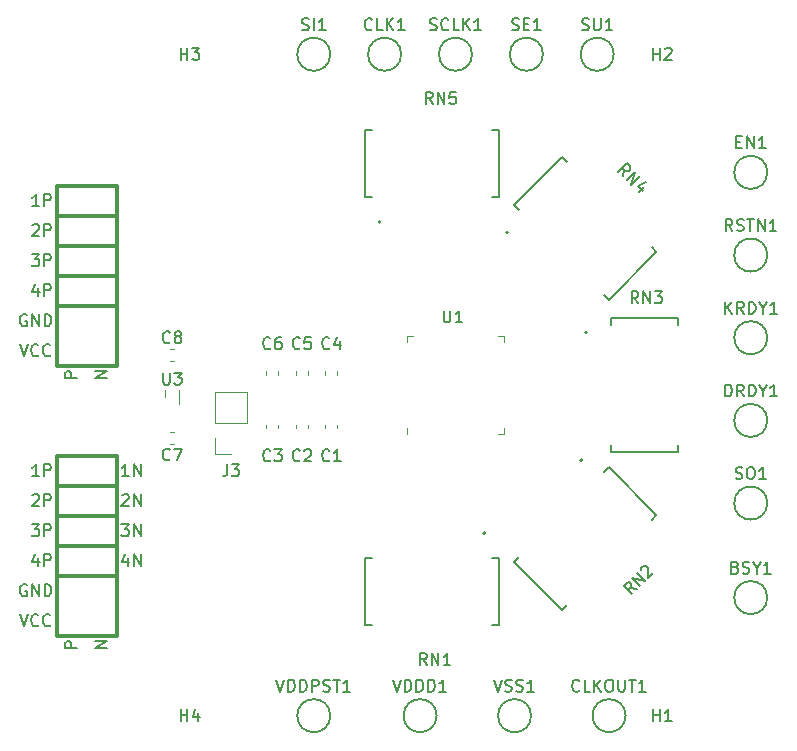
<source format=gbr>
%TF.GenerationSoftware,KiCad,Pcbnew,7.0.2*%
%TF.CreationDate,2024-03-05T22:27:11-06:00*%
%TF.ProjectId,AES_Test_Board,4145535f-5465-4737-945f-426f6172642e,rev?*%
%TF.SameCoordinates,Original*%
%TF.FileFunction,Legend,Top*%
%TF.FilePolarity,Positive*%
%FSLAX46Y46*%
G04 Gerber Fmt 4.6, Leading zero omitted, Abs format (unit mm)*
G04 Created by KiCad (PCBNEW 7.0.2) date 2024-03-05 22:27:11*
%MOMM*%
%LPD*%
G01*
G04 APERTURE LIST*
%ADD10C,0.150000*%
%ADD11C,0.120000*%
%ADD12C,0.127000*%
%ADD13C,0.200000*%
%ADD14C,0.304800*%
G04 APERTURE END LIST*
D10*
%TO.C,C8*%
X95833333Y-84367380D02*
X95785714Y-84415000D01*
X95785714Y-84415000D02*
X95642857Y-84462619D01*
X95642857Y-84462619D02*
X95547619Y-84462619D01*
X95547619Y-84462619D02*
X95404762Y-84415000D01*
X95404762Y-84415000D02*
X95309524Y-84319761D01*
X95309524Y-84319761D02*
X95261905Y-84224523D01*
X95261905Y-84224523D02*
X95214286Y-84034047D01*
X95214286Y-84034047D02*
X95214286Y-83891190D01*
X95214286Y-83891190D02*
X95261905Y-83700714D01*
X95261905Y-83700714D02*
X95309524Y-83605476D01*
X95309524Y-83605476D02*
X95404762Y-83510238D01*
X95404762Y-83510238D02*
X95547619Y-83462619D01*
X95547619Y-83462619D02*
X95642857Y-83462619D01*
X95642857Y-83462619D02*
X95785714Y-83510238D01*
X95785714Y-83510238D02*
X95833333Y-83557857D01*
X96404762Y-83891190D02*
X96309524Y-83843571D01*
X96309524Y-83843571D02*
X96261905Y-83795952D01*
X96261905Y-83795952D02*
X96214286Y-83700714D01*
X96214286Y-83700714D02*
X96214286Y-83653095D01*
X96214286Y-83653095D02*
X96261905Y-83557857D01*
X96261905Y-83557857D02*
X96309524Y-83510238D01*
X96309524Y-83510238D02*
X96404762Y-83462619D01*
X96404762Y-83462619D02*
X96595238Y-83462619D01*
X96595238Y-83462619D02*
X96690476Y-83510238D01*
X96690476Y-83510238D02*
X96738095Y-83557857D01*
X96738095Y-83557857D02*
X96785714Y-83653095D01*
X96785714Y-83653095D02*
X96785714Y-83700714D01*
X96785714Y-83700714D02*
X96738095Y-83795952D01*
X96738095Y-83795952D02*
X96690476Y-83843571D01*
X96690476Y-83843571D02*
X96595238Y-83891190D01*
X96595238Y-83891190D02*
X96404762Y-83891190D01*
X96404762Y-83891190D02*
X96309524Y-83938809D01*
X96309524Y-83938809D02*
X96261905Y-83986428D01*
X96261905Y-83986428D02*
X96214286Y-84081666D01*
X96214286Y-84081666D02*
X96214286Y-84272142D01*
X96214286Y-84272142D02*
X96261905Y-84367380D01*
X96261905Y-84367380D02*
X96309524Y-84415000D01*
X96309524Y-84415000D02*
X96404762Y-84462619D01*
X96404762Y-84462619D02*
X96595238Y-84462619D01*
X96595238Y-84462619D02*
X96690476Y-84415000D01*
X96690476Y-84415000D02*
X96738095Y-84367380D01*
X96738095Y-84367380D02*
X96785714Y-84272142D01*
X96785714Y-84272142D02*
X96785714Y-84081666D01*
X96785714Y-84081666D02*
X96738095Y-83986428D01*
X96738095Y-83986428D02*
X96690476Y-83938809D01*
X96690476Y-83938809D02*
X96595238Y-83891190D01*
%TO.C,RN5*%
X118059523Y-64212619D02*
X117726190Y-63736428D01*
X117488095Y-64212619D02*
X117488095Y-63212619D01*
X117488095Y-63212619D02*
X117869047Y-63212619D01*
X117869047Y-63212619D02*
X117964285Y-63260238D01*
X117964285Y-63260238D02*
X118011904Y-63307857D01*
X118011904Y-63307857D02*
X118059523Y-63403095D01*
X118059523Y-63403095D02*
X118059523Y-63545952D01*
X118059523Y-63545952D02*
X118011904Y-63641190D01*
X118011904Y-63641190D02*
X117964285Y-63688809D01*
X117964285Y-63688809D02*
X117869047Y-63736428D01*
X117869047Y-63736428D02*
X117488095Y-63736428D01*
X118488095Y-64212619D02*
X118488095Y-63212619D01*
X118488095Y-63212619D02*
X119059523Y-64212619D01*
X119059523Y-64212619D02*
X119059523Y-63212619D01*
X120011904Y-63212619D02*
X119535714Y-63212619D01*
X119535714Y-63212619D02*
X119488095Y-63688809D01*
X119488095Y-63688809D02*
X119535714Y-63641190D01*
X119535714Y-63641190D02*
X119630952Y-63593571D01*
X119630952Y-63593571D02*
X119869047Y-63593571D01*
X119869047Y-63593571D02*
X119964285Y-63641190D01*
X119964285Y-63641190D02*
X120011904Y-63688809D01*
X120011904Y-63688809D02*
X120059523Y-63784047D01*
X120059523Y-63784047D02*
X120059523Y-64022142D01*
X120059523Y-64022142D02*
X120011904Y-64117380D01*
X120011904Y-64117380D02*
X119964285Y-64165000D01*
X119964285Y-64165000D02*
X119869047Y-64212619D01*
X119869047Y-64212619D02*
X119630952Y-64212619D01*
X119630952Y-64212619D02*
X119535714Y-64165000D01*
X119535714Y-64165000D02*
X119488095Y-64117380D01*
%TO.C,SU1*%
X130714286Y-57915000D02*
X130857143Y-57962619D01*
X130857143Y-57962619D02*
X131095238Y-57962619D01*
X131095238Y-57962619D02*
X131190476Y-57915000D01*
X131190476Y-57915000D02*
X131238095Y-57867380D01*
X131238095Y-57867380D02*
X131285714Y-57772142D01*
X131285714Y-57772142D02*
X131285714Y-57676904D01*
X131285714Y-57676904D02*
X131238095Y-57581666D01*
X131238095Y-57581666D02*
X131190476Y-57534047D01*
X131190476Y-57534047D02*
X131095238Y-57486428D01*
X131095238Y-57486428D02*
X130904762Y-57438809D01*
X130904762Y-57438809D02*
X130809524Y-57391190D01*
X130809524Y-57391190D02*
X130761905Y-57343571D01*
X130761905Y-57343571D02*
X130714286Y-57248333D01*
X130714286Y-57248333D02*
X130714286Y-57153095D01*
X130714286Y-57153095D02*
X130761905Y-57057857D01*
X130761905Y-57057857D02*
X130809524Y-57010238D01*
X130809524Y-57010238D02*
X130904762Y-56962619D01*
X130904762Y-56962619D02*
X131142857Y-56962619D01*
X131142857Y-56962619D02*
X131285714Y-57010238D01*
X131714286Y-56962619D02*
X131714286Y-57772142D01*
X131714286Y-57772142D02*
X131761905Y-57867380D01*
X131761905Y-57867380D02*
X131809524Y-57915000D01*
X131809524Y-57915000D02*
X131904762Y-57962619D01*
X131904762Y-57962619D02*
X132095238Y-57962619D01*
X132095238Y-57962619D02*
X132190476Y-57915000D01*
X132190476Y-57915000D02*
X132238095Y-57867380D01*
X132238095Y-57867380D02*
X132285714Y-57772142D01*
X132285714Y-57772142D02*
X132285714Y-56962619D01*
X133285714Y-57962619D02*
X132714286Y-57962619D01*
X133000000Y-57962619D02*
X133000000Y-56962619D01*
X133000000Y-56962619D02*
X132904762Y-57105476D01*
X132904762Y-57105476D02*
X132809524Y-57200714D01*
X132809524Y-57200714D02*
X132714286Y-57248333D01*
%TO.C,KRDY1*%
X142833333Y-81962619D02*
X142833333Y-80962619D01*
X143404761Y-81962619D02*
X142976190Y-81391190D01*
X143404761Y-80962619D02*
X142833333Y-81534047D01*
X144404761Y-81962619D02*
X144071428Y-81486428D01*
X143833333Y-81962619D02*
X143833333Y-80962619D01*
X143833333Y-80962619D02*
X144214285Y-80962619D01*
X144214285Y-80962619D02*
X144309523Y-81010238D01*
X144309523Y-81010238D02*
X144357142Y-81057857D01*
X144357142Y-81057857D02*
X144404761Y-81153095D01*
X144404761Y-81153095D02*
X144404761Y-81295952D01*
X144404761Y-81295952D02*
X144357142Y-81391190D01*
X144357142Y-81391190D02*
X144309523Y-81438809D01*
X144309523Y-81438809D02*
X144214285Y-81486428D01*
X144214285Y-81486428D02*
X143833333Y-81486428D01*
X144833333Y-81962619D02*
X144833333Y-80962619D01*
X144833333Y-80962619D02*
X145071428Y-80962619D01*
X145071428Y-80962619D02*
X145214285Y-81010238D01*
X145214285Y-81010238D02*
X145309523Y-81105476D01*
X145309523Y-81105476D02*
X145357142Y-81200714D01*
X145357142Y-81200714D02*
X145404761Y-81391190D01*
X145404761Y-81391190D02*
X145404761Y-81534047D01*
X145404761Y-81534047D02*
X145357142Y-81724523D01*
X145357142Y-81724523D02*
X145309523Y-81819761D01*
X145309523Y-81819761D02*
X145214285Y-81915000D01*
X145214285Y-81915000D02*
X145071428Y-81962619D01*
X145071428Y-81962619D02*
X144833333Y-81962619D01*
X146023809Y-81486428D02*
X146023809Y-81962619D01*
X145690476Y-80962619D02*
X146023809Y-81486428D01*
X146023809Y-81486428D02*
X146357142Y-80962619D01*
X147214285Y-81962619D02*
X146642857Y-81962619D01*
X146928571Y-81962619D02*
X146928571Y-80962619D01*
X146928571Y-80962619D02*
X146833333Y-81105476D01*
X146833333Y-81105476D02*
X146738095Y-81200714D01*
X146738095Y-81200714D02*
X146642857Y-81248333D01*
%TO.C,RN4*%
X134184638Y-70338880D02*
X134285653Y-69766460D01*
X133780577Y-69934819D02*
X134487684Y-69227712D01*
X134487684Y-69227712D02*
X134757058Y-69497086D01*
X134757058Y-69497086D02*
X134790730Y-69598102D01*
X134790730Y-69598102D02*
X134790730Y-69665445D01*
X134790730Y-69665445D02*
X134757058Y-69766460D01*
X134757058Y-69766460D02*
X134656043Y-69867476D01*
X134656043Y-69867476D02*
X134555027Y-69901147D01*
X134555027Y-69901147D02*
X134487684Y-69901147D01*
X134487684Y-69901147D02*
X134386669Y-69867476D01*
X134386669Y-69867476D02*
X134117295Y-69598102D01*
X134487684Y-70641926D02*
X135194791Y-69934819D01*
X135194791Y-69934819D02*
X134891745Y-71045987D01*
X134891745Y-71045987D02*
X135598852Y-70338880D01*
X136002913Y-71214346D02*
X135531508Y-71685750D01*
X136103928Y-70776613D02*
X135430493Y-71113330D01*
X135430493Y-71113330D02*
X135868226Y-71551063D01*
%TO.C,U1*%
X119005595Y-81702619D02*
X119005595Y-82512142D01*
X119005595Y-82512142D02*
X119053214Y-82607380D01*
X119053214Y-82607380D02*
X119100833Y-82655000D01*
X119100833Y-82655000D02*
X119196071Y-82702619D01*
X119196071Y-82702619D02*
X119386547Y-82702619D01*
X119386547Y-82702619D02*
X119481785Y-82655000D01*
X119481785Y-82655000D02*
X119529404Y-82607380D01*
X119529404Y-82607380D02*
X119577023Y-82512142D01*
X119577023Y-82512142D02*
X119577023Y-81702619D01*
X120577023Y-82702619D02*
X120005595Y-82702619D01*
X120291309Y-82702619D02*
X120291309Y-81702619D01*
X120291309Y-81702619D02*
X120196071Y-81845476D01*
X120196071Y-81845476D02*
X120100833Y-81940714D01*
X120100833Y-81940714D02*
X120005595Y-81988333D01*
%TO.C,CLKOUT1*%
X130499999Y-113867380D02*
X130452380Y-113915000D01*
X130452380Y-113915000D02*
X130309523Y-113962619D01*
X130309523Y-113962619D02*
X130214285Y-113962619D01*
X130214285Y-113962619D02*
X130071428Y-113915000D01*
X130071428Y-113915000D02*
X129976190Y-113819761D01*
X129976190Y-113819761D02*
X129928571Y-113724523D01*
X129928571Y-113724523D02*
X129880952Y-113534047D01*
X129880952Y-113534047D02*
X129880952Y-113391190D01*
X129880952Y-113391190D02*
X129928571Y-113200714D01*
X129928571Y-113200714D02*
X129976190Y-113105476D01*
X129976190Y-113105476D02*
X130071428Y-113010238D01*
X130071428Y-113010238D02*
X130214285Y-112962619D01*
X130214285Y-112962619D02*
X130309523Y-112962619D01*
X130309523Y-112962619D02*
X130452380Y-113010238D01*
X130452380Y-113010238D02*
X130499999Y-113057857D01*
X131404761Y-113962619D02*
X130928571Y-113962619D01*
X130928571Y-113962619D02*
X130928571Y-112962619D01*
X131738095Y-113962619D02*
X131738095Y-112962619D01*
X132309523Y-113962619D02*
X131880952Y-113391190D01*
X132309523Y-112962619D02*
X131738095Y-113534047D01*
X132928571Y-112962619D02*
X133119047Y-112962619D01*
X133119047Y-112962619D02*
X133214285Y-113010238D01*
X133214285Y-113010238D02*
X133309523Y-113105476D01*
X133309523Y-113105476D02*
X133357142Y-113295952D01*
X133357142Y-113295952D02*
X133357142Y-113629285D01*
X133357142Y-113629285D02*
X133309523Y-113819761D01*
X133309523Y-113819761D02*
X133214285Y-113915000D01*
X133214285Y-113915000D02*
X133119047Y-113962619D01*
X133119047Y-113962619D02*
X132928571Y-113962619D01*
X132928571Y-113962619D02*
X132833333Y-113915000D01*
X132833333Y-113915000D02*
X132738095Y-113819761D01*
X132738095Y-113819761D02*
X132690476Y-113629285D01*
X132690476Y-113629285D02*
X132690476Y-113295952D01*
X132690476Y-113295952D02*
X132738095Y-113105476D01*
X132738095Y-113105476D02*
X132833333Y-113010238D01*
X132833333Y-113010238D02*
X132928571Y-112962619D01*
X133785714Y-112962619D02*
X133785714Y-113772142D01*
X133785714Y-113772142D02*
X133833333Y-113867380D01*
X133833333Y-113867380D02*
X133880952Y-113915000D01*
X133880952Y-113915000D02*
X133976190Y-113962619D01*
X133976190Y-113962619D02*
X134166666Y-113962619D01*
X134166666Y-113962619D02*
X134261904Y-113915000D01*
X134261904Y-113915000D02*
X134309523Y-113867380D01*
X134309523Y-113867380D02*
X134357142Y-113772142D01*
X134357142Y-113772142D02*
X134357142Y-112962619D01*
X134690476Y-112962619D02*
X135261904Y-112962619D01*
X134976190Y-113962619D02*
X134976190Y-112962619D01*
X136119047Y-113962619D02*
X135547619Y-113962619D01*
X135833333Y-113962619D02*
X135833333Y-112962619D01*
X135833333Y-112962619D02*
X135738095Y-113105476D01*
X135738095Y-113105476D02*
X135642857Y-113200714D01*
X135642857Y-113200714D02*
X135547619Y-113248333D01*
%TO.C,RN3*%
X135489523Y-81077619D02*
X135156190Y-80601428D01*
X134918095Y-81077619D02*
X134918095Y-80077619D01*
X134918095Y-80077619D02*
X135299047Y-80077619D01*
X135299047Y-80077619D02*
X135394285Y-80125238D01*
X135394285Y-80125238D02*
X135441904Y-80172857D01*
X135441904Y-80172857D02*
X135489523Y-80268095D01*
X135489523Y-80268095D02*
X135489523Y-80410952D01*
X135489523Y-80410952D02*
X135441904Y-80506190D01*
X135441904Y-80506190D02*
X135394285Y-80553809D01*
X135394285Y-80553809D02*
X135299047Y-80601428D01*
X135299047Y-80601428D02*
X134918095Y-80601428D01*
X135918095Y-81077619D02*
X135918095Y-80077619D01*
X135918095Y-80077619D02*
X136489523Y-81077619D01*
X136489523Y-81077619D02*
X136489523Y-80077619D01*
X136870476Y-80077619D02*
X137489523Y-80077619D01*
X137489523Y-80077619D02*
X137156190Y-80458571D01*
X137156190Y-80458571D02*
X137299047Y-80458571D01*
X137299047Y-80458571D02*
X137394285Y-80506190D01*
X137394285Y-80506190D02*
X137441904Y-80553809D01*
X137441904Y-80553809D02*
X137489523Y-80649047D01*
X137489523Y-80649047D02*
X137489523Y-80887142D01*
X137489523Y-80887142D02*
X137441904Y-80982380D01*
X137441904Y-80982380D02*
X137394285Y-81030000D01*
X137394285Y-81030000D02*
X137299047Y-81077619D01*
X137299047Y-81077619D02*
X137013333Y-81077619D01*
X137013333Y-81077619D02*
X136918095Y-81030000D01*
X136918095Y-81030000D02*
X136870476Y-80982380D01*
%TO.C,VDDPST1*%
X104833333Y-112962619D02*
X105166666Y-113962619D01*
X105166666Y-113962619D02*
X105499999Y-112962619D01*
X105833333Y-113962619D02*
X105833333Y-112962619D01*
X105833333Y-112962619D02*
X106071428Y-112962619D01*
X106071428Y-112962619D02*
X106214285Y-113010238D01*
X106214285Y-113010238D02*
X106309523Y-113105476D01*
X106309523Y-113105476D02*
X106357142Y-113200714D01*
X106357142Y-113200714D02*
X106404761Y-113391190D01*
X106404761Y-113391190D02*
X106404761Y-113534047D01*
X106404761Y-113534047D02*
X106357142Y-113724523D01*
X106357142Y-113724523D02*
X106309523Y-113819761D01*
X106309523Y-113819761D02*
X106214285Y-113915000D01*
X106214285Y-113915000D02*
X106071428Y-113962619D01*
X106071428Y-113962619D02*
X105833333Y-113962619D01*
X106833333Y-113962619D02*
X106833333Y-112962619D01*
X106833333Y-112962619D02*
X107071428Y-112962619D01*
X107071428Y-112962619D02*
X107214285Y-113010238D01*
X107214285Y-113010238D02*
X107309523Y-113105476D01*
X107309523Y-113105476D02*
X107357142Y-113200714D01*
X107357142Y-113200714D02*
X107404761Y-113391190D01*
X107404761Y-113391190D02*
X107404761Y-113534047D01*
X107404761Y-113534047D02*
X107357142Y-113724523D01*
X107357142Y-113724523D02*
X107309523Y-113819761D01*
X107309523Y-113819761D02*
X107214285Y-113915000D01*
X107214285Y-113915000D02*
X107071428Y-113962619D01*
X107071428Y-113962619D02*
X106833333Y-113962619D01*
X107833333Y-113962619D02*
X107833333Y-112962619D01*
X107833333Y-112962619D02*
X108214285Y-112962619D01*
X108214285Y-112962619D02*
X108309523Y-113010238D01*
X108309523Y-113010238D02*
X108357142Y-113057857D01*
X108357142Y-113057857D02*
X108404761Y-113153095D01*
X108404761Y-113153095D02*
X108404761Y-113295952D01*
X108404761Y-113295952D02*
X108357142Y-113391190D01*
X108357142Y-113391190D02*
X108309523Y-113438809D01*
X108309523Y-113438809D02*
X108214285Y-113486428D01*
X108214285Y-113486428D02*
X107833333Y-113486428D01*
X108785714Y-113915000D02*
X108928571Y-113962619D01*
X108928571Y-113962619D02*
X109166666Y-113962619D01*
X109166666Y-113962619D02*
X109261904Y-113915000D01*
X109261904Y-113915000D02*
X109309523Y-113867380D01*
X109309523Y-113867380D02*
X109357142Y-113772142D01*
X109357142Y-113772142D02*
X109357142Y-113676904D01*
X109357142Y-113676904D02*
X109309523Y-113581666D01*
X109309523Y-113581666D02*
X109261904Y-113534047D01*
X109261904Y-113534047D02*
X109166666Y-113486428D01*
X109166666Y-113486428D02*
X108976190Y-113438809D01*
X108976190Y-113438809D02*
X108880952Y-113391190D01*
X108880952Y-113391190D02*
X108833333Y-113343571D01*
X108833333Y-113343571D02*
X108785714Y-113248333D01*
X108785714Y-113248333D02*
X108785714Y-113153095D01*
X108785714Y-113153095D02*
X108833333Y-113057857D01*
X108833333Y-113057857D02*
X108880952Y-113010238D01*
X108880952Y-113010238D02*
X108976190Y-112962619D01*
X108976190Y-112962619D02*
X109214285Y-112962619D01*
X109214285Y-112962619D02*
X109357142Y-113010238D01*
X109642857Y-112962619D02*
X110214285Y-112962619D01*
X109928571Y-113962619D02*
X109928571Y-112962619D01*
X111071428Y-113962619D02*
X110500000Y-113962619D01*
X110785714Y-113962619D02*
X110785714Y-112962619D01*
X110785714Y-112962619D02*
X110690476Y-113105476D01*
X110690476Y-113105476D02*
X110595238Y-113200714D01*
X110595238Y-113200714D02*
X110500000Y-113248333D01*
%TO.C,H1*%
X136738095Y-116462619D02*
X136738095Y-115462619D01*
X136738095Y-115938809D02*
X137309523Y-115938809D01*
X137309523Y-116462619D02*
X137309523Y-115462619D01*
X138309523Y-116462619D02*
X137738095Y-116462619D01*
X138023809Y-116462619D02*
X138023809Y-115462619D01*
X138023809Y-115462619D02*
X137928571Y-115605476D01*
X137928571Y-115605476D02*
X137833333Y-115700714D01*
X137833333Y-115700714D02*
X137738095Y-115748333D01*
%TO.C,C1*%
X109333333Y-94367380D02*
X109285714Y-94415000D01*
X109285714Y-94415000D02*
X109142857Y-94462619D01*
X109142857Y-94462619D02*
X109047619Y-94462619D01*
X109047619Y-94462619D02*
X108904762Y-94415000D01*
X108904762Y-94415000D02*
X108809524Y-94319761D01*
X108809524Y-94319761D02*
X108761905Y-94224523D01*
X108761905Y-94224523D02*
X108714286Y-94034047D01*
X108714286Y-94034047D02*
X108714286Y-93891190D01*
X108714286Y-93891190D02*
X108761905Y-93700714D01*
X108761905Y-93700714D02*
X108809524Y-93605476D01*
X108809524Y-93605476D02*
X108904762Y-93510238D01*
X108904762Y-93510238D02*
X109047619Y-93462619D01*
X109047619Y-93462619D02*
X109142857Y-93462619D01*
X109142857Y-93462619D02*
X109285714Y-93510238D01*
X109285714Y-93510238D02*
X109333333Y-93557857D01*
X110285714Y-94462619D02*
X109714286Y-94462619D01*
X110000000Y-94462619D02*
X110000000Y-93462619D01*
X110000000Y-93462619D02*
X109904762Y-93605476D01*
X109904762Y-93605476D02*
X109809524Y-93700714D01*
X109809524Y-93700714D02*
X109714286Y-93748333D01*
%TO.C,BSY1*%
X143690476Y-103438809D02*
X143833333Y-103486428D01*
X143833333Y-103486428D02*
X143880952Y-103534047D01*
X143880952Y-103534047D02*
X143928571Y-103629285D01*
X143928571Y-103629285D02*
X143928571Y-103772142D01*
X143928571Y-103772142D02*
X143880952Y-103867380D01*
X143880952Y-103867380D02*
X143833333Y-103915000D01*
X143833333Y-103915000D02*
X143738095Y-103962619D01*
X143738095Y-103962619D02*
X143357143Y-103962619D01*
X143357143Y-103962619D02*
X143357143Y-102962619D01*
X143357143Y-102962619D02*
X143690476Y-102962619D01*
X143690476Y-102962619D02*
X143785714Y-103010238D01*
X143785714Y-103010238D02*
X143833333Y-103057857D01*
X143833333Y-103057857D02*
X143880952Y-103153095D01*
X143880952Y-103153095D02*
X143880952Y-103248333D01*
X143880952Y-103248333D02*
X143833333Y-103343571D01*
X143833333Y-103343571D02*
X143785714Y-103391190D01*
X143785714Y-103391190D02*
X143690476Y-103438809D01*
X143690476Y-103438809D02*
X143357143Y-103438809D01*
X144309524Y-103915000D02*
X144452381Y-103962619D01*
X144452381Y-103962619D02*
X144690476Y-103962619D01*
X144690476Y-103962619D02*
X144785714Y-103915000D01*
X144785714Y-103915000D02*
X144833333Y-103867380D01*
X144833333Y-103867380D02*
X144880952Y-103772142D01*
X144880952Y-103772142D02*
X144880952Y-103676904D01*
X144880952Y-103676904D02*
X144833333Y-103581666D01*
X144833333Y-103581666D02*
X144785714Y-103534047D01*
X144785714Y-103534047D02*
X144690476Y-103486428D01*
X144690476Y-103486428D02*
X144500000Y-103438809D01*
X144500000Y-103438809D02*
X144404762Y-103391190D01*
X144404762Y-103391190D02*
X144357143Y-103343571D01*
X144357143Y-103343571D02*
X144309524Y-103248333D01*
X144309524Y-103248333D02*
X144309524Y-103153095D01*
X144309524Y-103153095D02*
X144357143Y-103057857D01*
X144357143Y-103057857D02*
X144404762Y-103010238D01*
X144404762Y-103010238D02*
X144500000Y-102962619D01*
X144500000Y-102962619D02*
X144738095Y-102962619D01*
X144738095Y-102962619D02*
X144880952Y-103010238D01*
X145500000Y-103486428D02*
X145500000Y-103962619D01*
X145166667Y-102962619D02*
X145500000Y-103486428D01*
X145500000Y-103486428D02*
X145833333Y-102962619D01*
X146690476Y-103962619D02*
X146119048Y-103962619D01*
X146404762Y-103962619D02*
X146404762Y-102962619D01*
X146404762Y-102962619D02*
X146309524Y-103105476D01*
X146309524Y-103105476D02*
X146214286Y-103200714D01*
X146214286Y-103200714D02*
X146119048Y-103248333D01*
%TO.C,SE1*%
X124785714Y-57915000D02*
X124928571Y-57962619D01*
X124928571Y-57962619D02*
X125166666Y-57962619D01*
X125166666Y-57962619D02*
X125261904Y-57915000D01*
X125261904Y-57915000D02*
X125309523Y-57867380D01*
X125309523Y-57867380D02*
X125357142Y-57772142D01*
X125357142Y-57772142D02*
X125357142Y-57676904D01*
X125357142Y-57676904D02*
X125309523Y-57581666D01*
X125309523Y-57581666D02*
X125261904Y-57534047D01*
X125261904Y-57534047D02*
X125166666Y-57486428D01*
X125166666Y-57486428D02*
X124976190Y-57438809D01*
X124976190Y-57438809D02*
X124880952Y-57391190D01*
X124880952Y-57391190D02*
X124833333Y-57343571D01*
X124833333Y-57343571D02*
X124785714Y-57248333D01*
X124785714Y-57248333D02*
X124785714Y-57153095D01*
X124785714Y-57153095D02*
X124833333Y-57057857D01*
X124833333Y-57057857D02*
X124880952Y-57010238D01*
X124880952Y-57010238D02*
X124976190Y-56962619D01*
X124976190Y-56962619D02*
X125214285Y-56962619D01*
X125214285Y-56962619D02*
X125357142Y-57010238D01*
X125785714Y-57438809D02*
X126119047Y-57438809D01*
X126261904Y-57962619D02*
X125785714Y-57962619D01*
X125785714Y-57962619D02*
X125785714Y-56962619D01*
X125785714Y-56962619D02*
X126261904Y-56962619D01*
X127214285Y-57962619D02*
X126642857Y-57962619D01*
X126928571Y-57962619D02*
X126928571Y-56962619D01*
X126928571Y-56962619D02*
X126833333Y-57105476D01*
X126833333Y-57105476D02*
X126738095Y-57200714D01*
X126738095Y-57200714D02*
X126642857Y-57248333D01*
%TO.C,SO1*%
X143714286Y-95915000D02*
X143857143Y-95962619D01*
X143857143Y-95962619D02*
X144095238Y-95962619D01*
X144095238Y-95962619D02*
X144190476Y-95915000D01*
X144190476Y-95915000D02*
X144238095Y-95867380D01*
X144238095Y-95867380D02*
X144285714Y-95772142D01*
X144285714Y-95772142D02*
X144285714Y-95676904D01*
X144285714Y-95676904D02*
X144238095Y-95581666D01*
X144238095Y-95581666D02*
X144190476Y-95534047D01*
X144190476Y-95534047D02*
X144095238Y-95486428D01*
X144095238Y-95486428D02*
X143904762Y-95438809D01*
X143904762Y-95438809D02*
X143809524Y-95391190D01*
X143809524Y-95391190D02*
X143761905Y-95343571D01*
X143761905Y-95343571D02*
X143714286Y-95248333D01*
X143714286Y-95248333D02*
X143714286Y-95153095D01*
X143714286Y-95153095D02*
X143761905Y-95057857D01*
X143761905Y-95057857D02*
X143809524Y-95010238D01*
X143809524Y-95010238D02*
X143904762Y-94962619D01*
X143904762Y-94962619D02*
X144142857Y-94962619D01*
X144142857Y-94962619D02*
X144285714Y-95010238D01*
X144904762Y-94962619D02*
X145095238Y-94962619D01*
X145095238Y-94962619D02*
X145190476Y-95010238D01*
X145190476Y-95010238D02*
X145285714Y-95105476D01*
X145285714Y-95105476D02*
X145333333Y-95295952D01*
X145333333Y-95295952D02*
X145333333Y-95629285D01*
X145333333Y-95629285D02*
X145285714Y-95819761D01*
X145285714Y-95819761D02*
X145190476Y-95915000D01*
X145190476Y-95915000D02*
X145095238Y-95962619D01*
X145095238Y-95962619D02*
X144904762Y-95962619D01*
X144904762Y-95962619D02*
X144809524Y-95915000D01*
X144809524Y-95915000D02*
X144714286Y-95819761D01*
X144714286Y-95819761D02*
X144666667Y-95629285D01*
X144666667Y-95629285D02*
X144666667Y-95295952D01*
X144666667Y-95295952D02*
X144714286Y-95105476D01*
X144714286Y-95105476D02*
X144809524Y-95010238D01*
X144809524Y-95010238D02*
X144904762Y-94962619D01*
X146285714Y-95962619D02*
X145714286Y-95962619D01*
X146000000Y-95962619D02*
X146000000Y-94962619D01*
X146000000Y-94962619D02*
X145904762Y-95105476D01*
X145904762Y-95105476D02*
X145809524Y-95200714D01*
X145809524Y-95200714D02*
X145714286Y-95248333D01*
%TO.C,CLK1*%
X112928571Y-57867380D02*
X112880952Y-57915000D01*
X112880952Y-57915000D02*
X112738095Y-57962619D01*
X112738095Y-57962619D02*
X112642857Y-57962619D01*
X112642857Y-57962619D02*
X112500000Y-57915000D01*
X112500000Y-57915000D02*
X112404762Y-57819761D01*
X112404762Y-57819761D02*
X112357143Y-57724523D01*
X112357143Y-57724523D02*
X112309524Y-57534047D01*
X112309524Y-57534047D02*
X112309524Y-57391190D01*
X112309524Y-57391190D02*
X112357143Y-57200714D01*
X112357143Y-57200714D02*
X112404762Y-57105476D01*
X112404762Y-57105476D02*
X112500000Y-57010238D01*
X112500000Y-57010238D02*
X112642857Y-56962619D01*
X112642857Y-56962619D02*
X112738095Y-56962619D01*
X112738095Y-56962619D02*
X112880952Y-57010238D01*
X112880952Y-57010238D02*
X112928571Y-57057857D01*
X113833333Y-57962619D02*
X113357143Y-57962619D01*
X113357143Y-57962619D02*
X113357143Y-56962619D01*
X114166667Y-57962619D02*
X114166667Y-56962619D01*
X114738095Y-57962619D02*
X114309524Y-57391190D01*
X114738095Y-56962619D02*
X114166667Y-57534047D01*
X115690476Y-57962619D02*
X115119048Y-57962619D01*
X115404762Y-57962619D02*
X115404762Y-56962619D01*
X115404762Y-56962619D02*
X115309524Y-57105476D01*
X115309524Y-57105476D02*
X115214286Y-57200714D01*
X115214286Y-57200714D02*
X115119048Y-57248333D01*
%TO.C,VDDD1*%
X114690476Y-112962619D02*
X115023809Y-113962619D01*
X115023809Y-113962619D02*
X115357142Y-112962619D01*
X115690476Y-113962619D02*
X115690476Y-112962619D01*
X115690476Y-112962619D02*
X115928571Y-112962619D01*
X115928571Y-112962619D02*
X116071428Y-113010238D01*
X116071428Y-113010238D02*
X116166666Y-113105476D01*
X116166666Y-113105476D02*
X116214285Y-113200714D01*
X116214285Y-113200714D02*
X116261904Y-113391190D01*
X116261904Y-113391190D02*
X116261904Y-113534047D01*
X116261904Y-113534047D02*
X116214285Y-113724523D01*
X116214285Y-113724523D02*
X116166666Y-113819761D01*
X116166666Y-113819761D02*
X116071428Y-113915000D01*
X116071428Y-113915000D02*
X115928571Y-113962619D01*
X115928571Y-113962619D02*
X115690476Y-113962619D01*
X116690476Y-113962619D02*
X116690476Y-112962619D01*
X116690476Y-112962619D02*
X116928571Y-112962619D01*
X116928571Y-112962619D02*
X117071428Y-113010238D01*
X117071428Y-113010238D02*
X117166666Y-113105476D01*
X117166666Y-113105476D02*
X117214285Y-113200714D01*
X117214285Y-113200714D02*
X117261904Y-113391190D01*
X117261904Y-113391190D02*
X117261904Y-113534047D01*
X117261904Y-113534047D02*
X117214285Y-113724523D01*
X117214285Y-113724523D02*
X117166666Y-113819761D01*
X117166666Y-113819761D02*
X117071428Y-113915000D01*
X117071428Y-113915000D02*
X116928571Y-113962619D01*
X116928571Y-113962619D02*
X116690476Y-113962619D01*
X117690476Y-113962619D02*
X117690476Y-112962619D01*
X117690476Y-112962619D02*
X117928571Y-112962619D01*
X117928571Y-112962619D02*
X118071428Y-113010238D01*
X118071428Y-113010238D02*
X118166666Y-113105476D01*
X118166666Y-113105476D02*
X118214285Y-113200714D01*
X118214285Y-113200714D02*
X118261904Y-113391190D01*
X118261904Y-113391190D02*
X118261904Y-113534047D01*
X118261904Y-113534047D02*
X118214285Y-113724523D01*
X118214285Y-113724523D02*
X118166666Y-113819761D01*
X118166666Y-113819761D02*
X118071428Y-113915000D01*
X118071428Y-113915000D02*
X117928571Y-113962619D01*
X117928571Y-113962619D02*
X117690476Y-113962619D01*
X119214285Y-113962619D02*
X118642857Y-113962619D01*
X118928571Y-113962619D02*
X118928571Y-112962619D01*
X118928571Y-112962619D02*
X118833333Y-113105476D01*
X118833333Y-113105476D02*
X118738095Y-113200714D01*
X118738095Y-113200714D02*
X118642857Y-113248333D01*
%TO.C,RN1*%
X117559523Y-111712619D02*
X117226190Y-111236428D01*
X116988095Y-111712619D02*
X116988095Y-110712619D01*
X116988095Y-110712619D02*
X117369047Y-110712619D01*
X117369047Y-110712619D02*
X117464285Y-110760238D01*
X117464285Y-110760238D02*
X117511904Y-110807857D01*
X117511904Y-110807857D02*
X117559523Y-110903095D01*
X117559523Y-110903095D02*
X117559523Y-111045952D01*
X117559523Y-111045952D02*
X117511904Y-111141190D01*
X117511904Y-111141190D02*
X117464285Y-111188809D01*
X117464285Y-111188809D02*
X117369047Y-111236428D01*
X117369047Y-111236428D02*
X116988095Y-111236428D01*
X117988095Y-111712619D02*
X117988095Y-110712619D01*
X117988095Y-110712619D02*
X118559523Y-111712619D01*
X118559523Y-111712619D02*
X118559523Y-110712619D01*
X119559523Y-111712619D02*
X118988095Y-111712619D01*
X119273809Y-111712619D02*
X119273809Y-110712619D01*
X119273809Y-110712619D02*
X119178571Y-110855476D01*
X119178571Y-110855476D02*
X119083333Y-110950714D01*
X119083333Y-110950714D02*
X118988095Y-110998333D01*
%TO.C,SCLK1*%
X117833333Y-57915000D02*
X117976190Y-57962619D01*
X117976190Y-57962619D02*
X118214285Y-57962619D01*
X118214285Y-57962619D02*
X118309523Y-57915000D01*
X118309523Y-57915000D02*
X118357142Y-57867380D01*
X118357142Y-57867380D02*
X118404761Y-57772142D01*
X118404761Y-57772142D02*
X118404761Y-57676904D01*
X118404761Y-57676904D02*
X118357142Y-57581666D01*
X118357142Y-57581666D02*
X118309523Y-57534047D01*
X118309523Y-57534047D02*
X118214285Y-57486428D01*
X118214285Y-57486428D02*
X118023809Y-57438809D01*
X118023809Y-57438809D02*
X117928571Y-57391190D01*
X117928571Y-57391190D02*
X117880952Y-57343571D01*
X117880952Y-57343571D02*
X117833333Y-57248333D01*
X117833333Y-57248333D02*
X117833333Y-57153095D01*
X117833333Y-57153095D02*
X117880952Y-57057857D01*
X117880952Y-57057857D02*
X117928571Y-57010238D01*
X117928571Y-57010238D02*
X118023809Y-56962619D01*
X118023809Y-56962619D02*
X118261904Y-56962619D01*
X118261904Y-56962619D02*
X118404761Y-57010238D01*
X119404761Y-57867380D02*
X119357142Y-57915000D01*
X119357142Y-57915000D02*
X119214285Y-57962619D01*
X119214285Y-57962619D02*
X119119047Y-57962619D01*
X119119047Y-57962619D02*
X118976190Y-57915000D01*
X118976190Y-57915000D02*
X118880952Y-57819761D01*
X118880952Y-57819761D02*
X118833333Y-57724523D01*
X118833333Y-57724523D02*
X118785714Y-57534047D01*
X118785714Y-57534047D02*
X118785714Y-57391190D01*
X118785714Y-57391190D02*
X118833333Y-57200714D01*
X118833333Y-57200714D02*
X118880952Y-57105476D01*
X118880952Y-57105476D02*
X118976190Y-57010238D01*
X118976190Y-57010238D02*
X119119047Y-56962619D01*
X119119047Y-56962619D02*
X119214285Y-56962619D01*
X119214285Y-56962619D02*
X119357142Y-57010238D01*
X119357142Y-57010238D02*
X119404761Y-57057857D01*
X120309523Y-57962619D02*
X119833333Y-57962619D01*
X119833333Y-57962619D02*
X119833333Y-56962619D01*
X120642857Y-57962619D02*
X120642857Y-56962619D01*
X121214285Y-57962619D02*
X120785714Y-57391190D01*
X121214285Y-56962619D02*
X120642857Y-57534047D01*
X122166666Y-57962619D02*
X121595238Y-57962619D01*
X121880952Y-57962619D02*
X121880952Y-56962619D01*
X121880952Y-56962619D02*
X121785714Y-57105476D01*
X121785714Y-57105476D02*
X121690476Y-57200714D01*
X121690476Y-57200714D02*
X121595238Y-57248333D01*
%TO.C,C4*%
X109333333Y-84867380D02*
X109285714Y-84915000D01*
X109285714Y-84915000D02*
X109142857Y-84962619D01*
X109142857Y-84962619D02*
X109047619Y-84962619D01*
X109047619Y-84962619D02*
X108904762Y-84915000D01*
X108904762Y-84915000D02*
X108809524Y-84819761D01*
X108809524Y-84819761D02*
X108761905Y-84724523D01*
X108761905Y-84724523D02*
X108714286Y-84534047D01*
X108714286Y-84534047D02*
X108714286Y-84391190D01*
X108714286Y-84391190D02*
X108761905Y-84200714D01*
X108761905Y-84200714D02*
X108809524Y-84105476D01*
X108809524Y-84105476D02*
X108904762Y-84010238D01*
X108904762Y-84010238D02*
X109047619Y-83962619D01*
X109047619Y-83962619D02*
X109142857Y-83962619D01*
X109142857Y-83962619D02*
X109285714Y-84010238D01*
X109285714Y-84010238D02*
X109333333Y-84057857D01*
X110190476Y-84295952D02*
X110190476Y-84962619D01*
X109952381Y-83915000D02*
X109714286Y-84629285D01*
X109714286Y-84629285D02*
X110333333Y-84629285D01*
%TO.C,U3*%
X95238095Y-86962619D02*
X95238095Y-87772142D01*
X95238095Y-87772142D02*
X95285714Y-87867380D01*
X95285714Y-87867380D02*
X95333333Y-87915000D01*
X95333333Y-87915000D02*
X95428571Y-87962619D01*
X95428571Y-87962619D02*
X95619047Y-87962619D01*
X95619047Y-87962619D02*
X95714285Y-87915000D01*
X95714285Y-87915000D02*
X95761904Y-87867380D01*
X95761904Y-87867380D02*
X95809523Y-87772142D01*
X95809523Y-87772142D02*
X95809523Y-86962619D01*
X96190476Y-86962619D02*
X96809523Y-86962619D01*
X96809523Y-86962619D02*
X96476190Y-87343571D01*
X96476190Y-87343571D02*
X96619047Y-87343571D01*
X96619047Y-87343571D02*
X96714285Y-87391190D01*
X96714285Y-87391190D02*
X96761904Y-87438809D01*
X96761904Y-87438809D02*
X96809523Y-87534047D01*
X96809523Y-87534047D02*
X96809523Y-87772142D01*
X96809523Y-87772142D02*
X96761904Y-87867380D01*
X96761904Y-87867380D02*
X96714285Y-87915000D01*
X96714285Y-87915000D02*
X96619047Y-87962619D01*
X96619047Y-87962619D02*
X96333333Y-87962619D01*
X96333333Y-87962619D02*
X96238095Y-87915000D01*
X96238095Y-87915000D02*
X96190476Y-87867380D01*
%TO.C,EN1*%
X143785714Y-67438809D02*
X144119047Y-67438809D01*
X144261904Y-67962619D02*
X143785714Y-67962619D01*
X143785714Y-67962619D02*
X143785714Y-66962619D01*
X143785714Y-66962619D02*
X144261904Y-66962619D01*
X144690476Y-67962619D02*
X144690476Y-66962619D01*
X144690476Y-66962619D02*
X145261904Y-67962619D01*
X145261904Y-67962619D02*
X145261904Y-66962619D01*
X146261904Y-67962619D02*
X145690476Y-67962619D01*
X145976190Y-67962619D02*
X145976190Y-66962619D01*
X145976190Y-66962619D02*
X145880952Y-67105476D01*
X145880952Y-67105476D02*
X145785714Y-67200714D01*
X145785714Y-67200714D02*
X145690476Y-67248333D01*
%TO.C,C6*%
X104333333Y-84867380D02*
X104285714Y-84915000D01*
X104285714Y-84915000D02*
X104142857Y-84962619D01*
X104142857Y-84962619D02*
X104047619Y-84962619D01*
X104047619Y-84962619D02*
X103904762Y-84915000D01*
X103904762Y-84915000D02*
X103809524Y-84819761D01*
X103809524Y-84819761D02*
X103761905Y-84724523D01*
X103761905Y-84724523D02*
X103714286Y-84534047D01*
X103714286Y-84534047D02*
X103714286Y-84391190D01*
X103714286Y-84391190D02*
X103761905Y-84200714D01*
X103761905Y-84200714D02*
X103809524Y-84105476D01*
X103809524Y-84105476D02*
X103904762Y-84010238D01*
X103904762Y-84010238D02*
X104047619Y-83962619D01*
X104047619Y-83962619D02*
X104142857Y-83962619D01*
X104142857Y-83962619D02*
X104285714Y-84010238D01*
X104285714Y-84010238D02*
X104333333Y-84057857D01*
X105190476Y-83962619D02*
X105000000Y-83962619D01*
X105000000Y-83962619D02*
X104904762Y-84010238D01*
X104904762Y-84010238D02*
X104857143Y-84057857D01*
X104857143Y-84057857D02*
X104761905Y-84200714D01*
X104761905Y-84200714D02*
X104714286Y-84391190D01*
X104714286Y-84391190D02*
X104714286Y-84772142D01*
X104714286Y-84772142D02*
X104761905Y-84867380D01*
X104761905Y-84867380D02*
X104809524Y-84915000D01*
X104809524Y-84915000D02*
X104904762Y-84962619D01*
X104904762Y-84962619D02*
X105095238Y-84962619D01*
X105095238Y-84962619D02*
X105190476Y-84915000D01*
X105190476Y-84915000D02*
X105238095Y-84867380D01*
X105238095Y-84867380D02*
X105285714Y-84772142D01*
X105285714Y-84772142D02*
X105285714Y-84534047D01*
X105285714Y-84534047D02*
X105238095Y-84438809D01*
X105238095Y-84438809D02*
X105190476Y-84391190D01*
X105190476Y-84391190D02*
X105095238Y-84343571D01*
X105095238Y-84343571D02*
X104904762Y-84343571D01*
X104904762Y-84343571D02*
X104809524Y-84391190D01*
X104809524Y-84391190D02*
X104761905Y-84438809D01*
X104761905Y-84438809D02*
X104714286Y-84534047D01*
%TO.C,RSTN1*%
X143452380Y-74962619D02*
X143119047Y-74486428D01*
X142880952Y-74962619D02*
X142880952Y-73962619D01*
X142880952Y-73962619D02*
X143261904Y-73962619D01*
X143261904Y-73962619D02*
X143357142Y-74010238D01*
X143357142Y-74010238D02*
X143404761Y-74057857D01*
X143404761Y-74057857D02*
X143452380Y-74153095D01*
X143452380Y-74153095D02*
X143452380Y-74295952D01*
X143452380Y-74295952D02*
X143404761Y-74391190D01*
X143404761Y-74391190D02*
X143357142Y-74438809D01*
X143357142Y-74438809D02*
X143261904Y-74486428D01*
X143261904Y-74486428D02*
X142880952Y-74486428D01*
X143833333Y-74915000D02*
X143976190Y-74962619D01*
X143976190Y-74962619D02*
X144214285Y-74962619D01*
X144214285Y-74962619D02*
X144309523Y-74915000D01*
X144309523Y-74915000D02*
X144357142Y-74867380D01*
X144357142Y-74867380D02*
X144404761Y-74772142D01*
X144404761Y-74772142D02*
X144404761Y-74676904D01*
X144404761Y-74676904D02*
X144357142Y-74581666D01*
X144357142Y-74581666D02*
X144309523Y-74534047D01*
X144309523Y-74534047D02*
X144214285Y-74486428D01*
X144214285Y-74486428D02*
X144023809Y-74438809D01*
X144023809Y-74438809D02*
X143928571Y-74391190D01*
X143928571Y-74391190D02*
X143880952Y-74343571D01*
X143880952Y-74343571D02*
X143833333Y-74248333D01*
X143833333Y-74248333D02*
X143833333Y-74153095D01*
X143833333Y-74153095D02*
X143880952Y-74057857D01*
X143880952Y-74057857D02*
X143928571Y-74010238D01*
X143928571Y-74010238D02*
X144023809Y-73962619D01*
X144023809Y-73962619D02*
X144261904Y-73962619D01*
X144261904Y-73962619D02*
X144404761Y-74010238D01*
X144690476Y-73962619D02*
X145261904Y-73962619D01*
X144976190Y-74962619D02*
X144976190Y-73962619D01*
X145595238Y-74962619D02*
X145595238Y-73962619D01*
X145595238Y-73962619D02*
X146166666Y-74962619D01*
X146166666Y-74962619D02*
X146166666Y-73962619D01*
X147166666Y-74962619D02*
X146595238Y-74962619D01*
X146880952Y-74962619D02*
X146880952Y-73962619D01*
X146880952Y-73962619D02*
X146785714Y-74105476D01*
X146785714Y-74105476D02*
X146690476Y-74200714D01*
X146690476Y-74200714D02*
X146595238Y-74248333D01*
%TO.C,H4*%
X96738095Y-116462619D02*
X96738095Y-115462619D01*
X96738095Y-115938809D02*
X97309523Y-115938809D01*
X97309523Y-116462619D02*
X97309523Y-115462619D01*
X98214285Y-115795952D02*
X98214285Y-116462619D01*
X97976190Y-115415000D02*
X97738095Y-116129285D01*
X97738095Y-116129285D02*
X98357142Y-116129285D01*
%TO.C,C2*%
X106833333Y-94367380D02*
X106785714Y-94415000D01*
X106785714Y-94415000D02*
X106642857Y-94462619D01*
X106642857Y-94462619D02*
X106547619Y-94462619D01*
X106547619Y-94462619D02*
X106404762Y-94415000D01*
X106404762Y-94415000D02*
X106309524Y-94319761D01*
X106309524Y-94319761D02*
X106261905Y-94224523D01*
X106261905Y-94224523D02*
X106214286Y-94034047D01*
X106214286Y-94034047D02*
X106214286Y-93891190D01*
X106214286Y-93891190D02*
X106261905Y-93700714D01*
X106261905Y-93700714D02*
X106309524Y-93605476D01*
X106309524Y-93605476D02*
X106404762Y-93510238D01*
X106404762Y-93510238D02*
X106547619Y-93462619D01*
X106547619Y-93462619D02*
X106642857Y-93462619D01*
X106642857Y-93462619D02*
X106785714Y-93510238D01*
X106785714Y-93510238D02*
X106833333Y-93557857D01*
X107214286Y-93557857D02*
X107261905Y-93510238D01*
X107261905Y-93510238D02*
X107357143Y-93462619D01*
X107357143Y-93462619D02*
X107595238Y-93462619D01*
X107595238Y-93462619D02*
X107690476Y-93510238D01*
X107690476Y-93510238D02*
X107738095Y-93557857D01*
X107738095Y-93557857D02*
X107785714Y-93653095D01*
X107785714Y-93653095D02*
X107785714Y-93748333D01*
X107785714Y-93748333D02*
X107738095Y-93891190D01*
X107738095Y-93891190D02*
X107166667Y-94462619D01*
X107166667Y-94462619D02*
X107785714Y-94462619D01*
%TO.C,C3*%
X104333333Y-94367380D02*
X104285714Y-94415000D01*
X104285714Y-94415000D02*
X104142857Y-94462619D01*
X104142857Y-94462619D02*
X104047619Y-94462619D01*
X104047619Y-94462619D02*
X103904762Y-94415000D01*
X103904762Y-94415000D02*
X103809524Y-94319761D01*
X103809524Y-94319761D02*
X103761905Y-94224523D01*
X103761905Y-94224523D02*
X103714286Y-94034047D01*
X103714286Y-94034047D02*
X103714286Y-93891190D01*
X103714286Y-93891190D02*
X103761905Y-93700714D01*
X103761905Y-93700714D02*
X103809524Y-93605476D01*
X103809524Y-93605476D02*
X103904762Y-93510238D01*
X103904762Y-93510238D02*
X104047619Y-93462619D01*
X104047619Y-93462619D02*
X104142857Y-93462619D01*
X104142857Y-93462619D02*
X104285714Y-93510238D01*
X104285714Y-93510238D02*
X104333333Y-93557857D01*
X104666667Y-93462619D02*
X105285714Y-93462619D01*
X105285714Y-93462619D02*
X104952381Y-93843571D01*
X104952381Y-93843571D02*
X105095238Y-93843571D01*
X105095238Y-93843571D02*
X105190476Y-93891190D01*
X105190476Y-93891190D02*
X105238095Y-93938809D01*
X105238095Y-93938809D02*
X105285714Y-94034047D01*
X105285714Y-94034047D02*
X105285714Y-94272142D01*
X105285714Y-94272142D02*
X105238095Y-94367380D01*
X105238095Y-94367380D02*
X105190476Y-94415000D01*
X105190476Y-94415000D02*
X105095238Y-94462619D01*
X105095238Y-94462619D02*
X104809524Y-94462619D01*
X104809524Y-94462619D02*
X104714286Y-94415000D01*
X104714286Y-94415000D02*
X104666667Y-94367380D01*
%TO.C,DRDY1*%
X142833333Y-88962619D02*
X142833333Y-87962619D01*
X142833333Y-87962619D02*
X143071428Y-87962619D01*
X143071428Y-87962619D02*
X143214285Y-88010238D01*
X143214285Y-88010238D02*
X143309523Y-88105476D01*
X143309523Y-88105476D02*
X143357142Y-88200714D01*
X143357142Y-88200714D02*
X143404761Y-88391190D01*
X143404761Y-88391190D02*
X143404761Y-88534047D01*
X143404761Y-88534047D02*
X143357142Y-88724523D01*
X143357142Y-88724523D02*
X143309523Y-88819761D01*
X143309523Y-88819761D02*
X143214285Y-88915000D01*
X143214285Y-88915000D02*
X143071428Y-88962619D01*
X143071428Y-88962619D02*
X142833333Y-88962619D01*
X144404761Y-88962619D02*
X144071428Y-88486428D01*
X143833333Y-88962619D02*
X143833333Y-87962619D01*
X143833333Y-87962619D02*
X144214285Y-87962619D01*
X144214285Y-87962619D02*
X144309523Y-88010238D01*
X144309523Y-88010238D02*
X144357142Y-88057857D01*
X144357142Y-88057857D02*
X144404761Y-88153095D01*
X144404761Y-88153095D02*
X144404761Y-88295952D01*
X144404761Y-88295952D02*
X144357142Y-88391190D01*
X144357142Y-88391190D02*
X144309523Y-88438809D01*
X144309523Y-88438809D02*
X144214285Y-88486428D01*
X144214285Y-88486428D02*
X143833333Y-88486428D01*
X144833333Y-88962619D02*
X144833333Y-87962619D01*
X144833333Y-87962619D02*
X145071428Y-87962619D01*
X145071428Y-87962619D02*
X145214285Y-88010238D01*
X145214285Y-88010238D02*
X145309523Y-88105476D01*
X145309523Y-88105476D02*
X145357142Y-88200714D01*
X145357142Y-88200714D02*
X145404761Y-88391190D01*
X145404761Y-88391190D02*
X145404761Y-88534047D01*
X145404761Y-88534047D02*
X145357142Y-88724523D01*
X145357142Y-88724523D02*
X145309523Y-88819761D01*
X145309523Y-88819761D02*
X145214285Y-88915000D01*
X145214285Y-88915000D02*
X145071428Y-88962619D01*
X145071428Y-88962619D02*
X144833333Y-88962619D01*
X146023809Y-88486428D02*
X146023809Y-88962619D01*
X145690476Y-87962619D02*
X146023809Y-88486428D01*
X146023809Y-88486428D02*
X146357142Y-87962619D01*
X147214285Y-88962619D02*
X146642857Y-88962619D01*
X146928571Y-88962619D02*
X146928571Y-87962619D01*
X146928571Y-87962619D02*
X146833333Y-88105476D01*
X146833333Y-88105476D02*
X146738095Y-88200714D01*
X146738095Y-88200714D02*
X146642857Y-88248333D01*
%TO.C,H2*%
X136738095Y-60462619D02*
X136738095Y-59462619D01*
X136738095Y-59938809D02*
X137309523Y-59938809D01*
X137309523Y-60462619D02*
X137309523Y-59462619D01*
X137738095Y-59557857D02*
X137785714Y-59510238D01*
X137785714Y-59510238D02*
X137880952Y-59462619D01*
X137880952Y-59462619D02*
X138119047Y-59462619D01*
X138119047Y-59462619D02*
X138214285Y-59510238D01*
X138214285Y-59510238D02*
X138261904Y-59557857D01*
X138261904Y-59557857D02*
X138309523Y-59653095D01*
X138309523Y-59653095D02*
X138309523Y-59748333D01*
X138309523Y-59748333D02*
X138261904Y-59891190D01*
X138261904Y-59891190D02*
X137690476Y-60462619D01*
X137690476Y-60462619D02*
X138309523Y-60462619D01*
%TO.C,C5*%
X106833333Y-84867380D02*
X106785714Y-84915000D01*
X106785714Y-84915000D02*
X106642857Y-84962619D01*
X106642857Y-84962619D02*
X106547619Y-84962619D01*
X106547619Y-84962619D02*
X106404762Y-84915000D01*
X106404762Y-84915000D02*
X106309524Y-84819761D01*
X106309524Y-84819761D02*
X106261905Y-84724523D01*
X106261905Y-84724523D02*
X106214286Y-84534047D01*
X106214286Y-84534047D02*
X106214286Y-84391190D01*
X106214286Y-84391190D02*
X106261905Y-84200714D01*
X106261905Y-84200714D02*
X106309524Y-84105476D01*
X106309524Y-84105476D02*
X106404762Y-84010238D01*
X106404762Y-84010238D02*
X106547619Y-83962619D01*
X106547619Y-83962619D02*
X106642857Y-83962619D01*
X106642857Y-83962619D02*
X106785714Y-84010238D01*
X106785714Y-84010238D02*
X106833333Y-84057857D01*
X107738095Y-83962619D02*
X107261905Y-83962619D01*
X107261905Y-83962619D02*
X107214286Y-84438809D01*
X107214286Y-84438809D02*
X107261905Y-84391190D01*
X107261905Y-84391190D02*
X107357143Y-84343571D01*
X107357143Y-84343571D02*
X107595238Y-84343571D01*
X107595238Y-84343571D02*
X107690476Y-84391190D01*
X107690476Y-84391190D02*
X107738095Y-84438809D01*
X107738095Y-84438809D02*
X107785714Y-84534047D01*
X107785714Y-84534047D02*
X107785714Y-84772142D01*
X107785714Y-84772142D02*
X107738095Y-84867380D01*
X107738095Y-84867380D02*
X107690476Y-84915000D01*
X107690476Y-84915000D02*
X107595238Y-84962619D01*
X107595238Y-84962619D02*
X107357143Y-84962619D01*
X107357143Y-84962619D02*
X107261905Y-84915000D01*
X107261905Y-84915000D02*
X107214286Y-84867380D01*
%TO.C,SI1*%
X107000000Y-57915000D02*
X107142857Y-57962619D01*
X107142857Y-57962619D02*
X107380952Y-57962619D01*
X107380952Y-57962619D02*
X107476190Y-57915000D01*
X107476190Y-57915000D02*
X107523809Y-57867380D01*
X107523809Y-57867380D02*
X107571428Y-57772142D01*
X107571428Y-57772142D02*
X107571428Y-57676904D01*
X107571428Y-57676904D02*
X107523809Y-57581666D01*
X107523809Y-57581666D02*
X107476190Y-57534047D01*
X107476190Y-57534047D02*
X107380952Y-57486428D01*
X107380952Y-57486428D02*
X107190476Y-57438809D01*
X107190476Y-57438809D02*
X107095238Y-57391190D01*
X107095238Y-57391190D02*
X107047619Y-57343571D01*
X107047619Y-57343571D02*
X107000000Y-57248333D01*
X107000000Y-57248333D02*
X107000000Y-57153095D01*
X107000000Y-57153095D02*
X107047619Y-57057857D01*
X107047619Y-57057857D02*
X107095238Y-57010238D01*
X107095238Y-57010238D02*
X107190476Y-56962619D01*
X107190476Y-56962619D02*
X107428571Y-56962619D01*
X107428571Y-56962619D02*
X107571428Y-57010238D01*
X108000000Y-57962619D02*
X108000000Y-56962619D01*
X108999999Y-57962619D02*
X108428571Y-57962619D01*
X108714285Y-57962619D02*
X108714285Y-56962619D01*
X108714285Y-56962619D02*
X108619047Y-57105476D01*
X108619047Y-57105476D02*
X108523809Y-57200714D01*
X108523809Y-57200714D02*
X108428571Y-57248333D01*
%TO.C,H3*%
X96738095Y-60462619D02*
X96738095Y-59462619D01*
X96738095Y-59938809D02*
X97309523Y-59938809D01*
X97309523Y-60462619D02*
X97309523Y-59462619D01*
X97690476Y-59462619D02*
X98309523Y-59462619D01*
X98309523Y-59462619D02*
X97976190Y-59843571D01*
X97976190Y-59843571D02*
X98119047Y-59843571D01*
X98119047Y-59843571D02*
X98214285Y-59891190D01*
X98214285Y-59891190D02*
X98261904Y-59938809D01*
X98261904Y-59938809D02*
X98309523Y-60034047D01*
X98309523Y-60034047D02*
X98309523Y-60272142D01*
X98309523Y-60272142D02*
X98261904Y-60367380D01*
X98261904Y-60367380D02*
X98214285Y-60415000D01*
X98214285Y-60415000D02*
X98119047Y-60462619D01*
X98119047Y-60462619D02*
X97833333Y-60462619D01*
X97833333Y-60462619D02*
X97738095Y-60415000D01*
X97738095Y-60415000D02*
X97690476Y-60367380D01*
%TO.C,C7*%
X95833333Y-94297380D02*
X95785714Y-94345000D01*
X95785714Y-94345000D02*
X95642857Y-94392619D01*
X95642857Y-94392619D02*
X95547619Y-94392619D01*
X95547619Y-94392619D02*
X95404762Y-94345000D01*
X95404762Y-94345000D02*
X95309524Y-94249761D01*
X95309524Y-94249761D02*
X95261905Y-94154523D01*
X95261905Y-94154523D02*
X95214286Y-93964047D01*
X95214286Y-93964047D02*
X95214286Y-93821190D01*
X95214286Y-93821190D02*
X95261905Y-93630714D01*
X95261905Y-93630714D02*
X95309524Y-93535476D01*
X95309524Y-93535476D02*
X95404762Y-93440238D01*
X95404762Y-93440238D02*
X95547619Y-93392619D01*
X95547619Y-93392619D02*
X95642857Y-93392619D01*
X95642857Y-93392619D02*
X95785714Y-93440238D01*
X95785714Y-93440238D02*
X95833333Y-93487857D01*
X96166667Y-93392619D02*
X96833333Y-93392619D01*
X96833333Y-93392619D02*
X96404762Y-94392619D01*
%TO.C,RN2*%
X135338880Y-105315361D02*
X134766460Y-105214346D01*
X134934819Y-105719422D02*
X134227712Y-105012315D01*
X134227712Y-105012315D02*
X134497086Y-104742941D01*
X134497086Y-104742941D02*
X134598102Y-104709269D01*
X134598102Y-104709269D02*
X134665445Y-104709269D01*
X134665445Y-104709269D02*
X134766460Y-104742941D01*
X134766460Y-104742941D02*
X134867476Y-104843956D01*
X134867476Y-104843956D02*
X134901147Y-104944972D01*
X134901147Y-104944972D02*
X134901147Y-105012315D01*
X134901147Y-105012315D02*
X134867476Y-105113330D01*
X134867476Y-105113330D02*
X134598102Y-105382704D01*
X135641926Y-105012315D02*
X134934819Y-104305208D01*
X134934819Y-104305208D02*
X136045987Y-104608254D01*
X136045987Y-104608254D02*
X135338880Y-103901147D01*
X135709269Y-103665445D02*
X135709269Y-103598102D01*
X135709269Y-103598102D02*
X135742941Y-103497086D01*
X135742941Y-103497086D02*
X135911300Y-103328728D01*
X135911300Y-103328728D02*
X136012315Y-103295056D01*
X136012315Y-103295056D02*
X136079659Y-103295056D01*
X136079659Y-103295056D02*
X136180674Y-103328728D01*
X136180674Y-103328728D02*
X136248017Y-103396071D01*
X136248017Y-103396071D02*
X136315361Y-103530758D01*
X136315361Y-103530758D02*
X136315361Y-104338880D01*
X136315361Y-104338880D02*
X136753094Y-103901147D01*
%TO.C,J3*%
X100666666Y-94732619D02*
X100666666Y-95446904D01*
X100666666Y-95446904D02*
X100619047Y-95589761D01*
X100619047Y-95589761D02*
X100523809Y-95685000D01*
X100523809Y-95685000D02*
X100380952Y-95732619D01*
X100380952Y-95732619D02*
X100285714Y-95732619D01*
X101047619Y-94732619D02*
X101666666Y-94732619D01*
X101666666Y-94732619D02*
X101333333Y-95113571D01*
X101333333Y-95113571D02*
X101476190Y-95113571D01*
X101476190Y-95113571D02*
X101571428Y-95161190D01*
X101571428Y-95161190D02*
X101619047Y-95208809D01*
X101619047Y-95208809D02*
X101666666Y-95304047D01*
X101666666Y-95304047D02*
X101666666Y-95542142D01*
X101666666Y-95542142D02*
X101619047Y-95637380D01*
X101619047Y-95637380D02*
X101571428Y-95685000D01*
X101571428Y-95685000D02*
X101476190Y-95732619D01*
X101476190Y-95732619D02*
X101190476Y-95732619D01*
X101190476Y-95732619D02*
X101095238Y-95685000D01*
X101095238Y-95685000D02*
X101047619Y-95637380D01*
%TO.C,VSS1*%
X123238095Y-112962619D02*
X123571428Y-113962619D01*
X123571428Y-113962619D02*
X123904761Y-112962619D01*
X124190476Y-113915000D02*
X124333333Y-113962619D01*
X124333333Y-113962619D02*
X124571428Y-113962619D01*
X124571428Y-113962619D02*
X124666666Y-113915000D01*
X124666666Y-113915000D02*
X124714285Y-113867380D01*
X124714285Y-113867380D02*
X124761904Y-113772142D01*
X124761904Y-113772142D02*
X124761904Y-113676904D01*
X124761904Y-113676904D02*
X124714285Y-113581666D01*
X124714285Y-113581666D02*
X124666666Y-113534047D01*
X124666666Y-113534047D02*
X124571428Y-113486428D01*
X124571428Y-113486428D02*
X124380952Y-113438809D01*
X124380952Y-113438809D02*
X124285714Y-113391190D01*
X124285714Y-113391190D02*
X124238095Y-113343571D01*
X124238095Y-113343571D02*
X124190476Y-113248333D01*
X124190476Y-113248333D02*
X124190476Y-113153095D01*
X124190476Y-113153095D02*
X124238095Y-113057857D01*
X124238095Y-113057857D02*
X124285714Y-113010238D01*
X124285714Y-113010238D02*
X124380952Y-112962619D01*
X124380952Y-112962619D02*
X124619047Y-112962619D01*
X124619047Y-112962619D02*
X124761904Y-113010238D01*
X125142857Y-113915000D02*
X125285714Y-113962619D01*
X125285714Y-113962619D02*
X125523809Y-113962619D01*
X125523809Y-113962619D02*
X125619047Y-113915000D01*
X125619047Y-113915000D02*
X125666666Y-113867380D01*
X125666666Y-113867380D02*
X125714285Y-113772142D01*
X125714285Y-113772142D02*
X125714285Y-113676904D01*
X125714285Y-113676904D02*
X125666666Y-113581666D01*
X125666666Y-113581666D02*
X125619047Y-113534047D01*
X125619047Y-113534047D02*
X125523809Y-113486428D01*
X125523809Y-113486428D02*
X125333333Y-113438809D01*
X125333333Y-113438809D02*
X125238095Y-113391190D01*
X125238095Y-113391190D02*
X125190476Y-113343571D01*
X125190476Y-113343571D02*
X125142857Y-113248333D01*
X125142857Y-113248333D02*
X125142857Y-113153095D01*
X125142857Y-113153095D02*
X125190476Y-113057857D01*
X125190476Y-113057857D02*
X125238095Y-113010238D01*
X125238095Y-113010238D02*
X125333333Y-112962619D01*
X125333333Y-112962619D02*
X125571428Y-112962619D01*
X125571428Y-112962619D02*
X125714285Y-113010238D01*
X126666666Y-113962619D02*
X126095238Y-113962619D01*
X126380952Y-113962619D02*
X126380952Y-112962619D01*
X126380952Y-112962619D02*
X126285714Y-113105476D01*
X126285714Y-113105476D02*
X126190476Y-113200714D01*
X126190476Y-113200714D02*
X126095238Y-113248333D01*
%TO.C,J2*%
X91770476Y-97347857D02*
X91818095Y-97300238D01*
X91818095Y-97300238D02*
X91913333Y-97252619D01*
X91913333Y-97252619D02*
X92151428Y-97252619D01*
X92151428Y-97252619D02*
X92246666Y-97300238D01*
X92246666Y-97300238D02*
X92294285Y-97347857D01*
X92294285Y-97347857D02*
X92341904Y-97443095D01*
X92341904Y-97443095D02*
X92341904Y-97538333D01*
X92341904Y-97538333D02*
X92294285Y-97681190D01*
X92294285Y-97681190D02*
X91722857Y-98252619D01*
X91722857Y-98252619D02*
X92341904Y-98252619D01*
X92770476Y-98252619D02*
X92770476Y-97252619D01*
X92770476Y-97252619D02*
X93341904Y-98252619D01*
X93341904Y-98252619D02*
X93341904Y-97252619D01*
X90502619Y-110267713D02*
X89502619Y-110267713D01*
X89502619Y-110267713D02*
X90502619Y-109696285D01*
X90502619Y-109696285D02*
X89502619Y-109696285D01*
X84126667Y-99792619D02*
X84745714Y-99792619D01*
X84745714Y-99792619D02*
X84412381Y-100173571D01*
X84412381Y-100173571D02*
X84555238Y-100173571D01*
X84555238Y-100173571D02*
X84650476Y-100221190D01*
X84650476Y-100221190D02*
X84698095Y-100268809D01*
X84698095Y-100268809D02*
X84745714Y-100364047D01*
X84745714Y-100364047D02*
X84745714Y-100602142D01*
X84745714Y-100602142D02*
X84698095Y-100697380D01*
X84698095Y-100697380D02*
X84650476Y-100745000D01*
X84650476Y-100745000D02*
X84555238Y-100792619D01*
X84555238Y-100792619D02*
X84269524Y-100792619D01*
X84269524Y-100792619D02*
X84174286Y-100745000D01*
X84174286Y-100745000D02*
X84126667Y-100697380D01*
X85174286Y-100792619D02*
X85174286Y-99792619D01*
X85174286Y-99792619D02*
X85555238Y-99792619D01*
X85555238Y-99792619D02*
X85650476Y-99840238D01*
X85650476Y-99840238D02*
X85698095Y-99887857D01*
X85698095Y-99887857D02*
X85745714Y-99983095D01*
X85745714Y-99983095D02*
X85745714Y-100125952D01*
X85745714Y-100125952D02*
X85698095Y-100221190D01*
X85698095Y-100221190D02*
X85650476Y-100268809D01*
X85650476Y-100268809D02*
X85555238Y-100316428D01*
X85555238Y-100316428D02*
X85174286Y-100316428D01*
X84650476Y-102665952D02*
X84650476Y-103332619D01*
X84412381Y-102285000D02*
X84174286Y-102999285D01*
X84174286Y-102999285D02*
X84793333Y-102999285D01*
X85174286Y-103332619D02*
X85174286Y-102332619D01*
X85174286Y-102332619D02*
X85555238Y-102332619D01*
X85555238Y-102332619D02*
X85650476Y-102380238D01*
X85650476Y-102380238D02*
X85698095Y-102427857D01*
X85698095Y-102427857D02*
X85745714Y-102523095D01*
X85745714Y-102523095D02*
X85745714Y-102665952D01*
X85745714Y-102665952D02*
X85698095Y-102761190D01*
X85698095Y-102761190D02*
X85650476Y-102808809D01*
X85650476Y-102808809D02*
X85555238Y-102856428D01*
X85555238Y-102856428D02*
X85174286Y-102856428D01*
X91722857Y-99792619D02*
X92341904Y-99792619D01*
X92341904Y-99792619D02*
X92008571Y-100173571D01*
X92008571Y-100173571D02*
X92151428Y-100173571D01*
X92151428Y-100173571D02*
X92246666Y-100221190D01*
X92246666Y-100221190D02*
X92294285Y-100268809D01*
X92294285Y-100268809D02*
X92341904Y-100364047D01*
X92341904Y-100364047D02*
X92341904Y-100602142D01*
X92341904Y-100602142D02*
X92294285Y-100697380D01*
X92294285Y-100697380D02*
X92246666Y-100745000D01*
X92246666Y-100745000D02*
X92151428Y-100792619D01*
X92151428Y-100792619D02*
X91865714Y-100792619D01*
X91865714Y-100792619D02*
X91770476Y-100745000D01*
X91770476Y-100745000D02*
X91722857Y-100697380D01*
X92770476Y-100792619D02*
X92770476Y-99792619D01*
X92770476Y-99792619D02*
X93341904Y-100792619D01*
X93341904Y-100792619D02*
X93341904Y-99792619D01*
X92341904Y-95712619D02*
X91770476Y-95712619D01*
X92056190Y-95712619D02*
X92056190Y-94712619D01*
X92056190Y-94712619D02*
X91960952Y-94855476D01*
X91960952Y-94855476D02*
X91865714Y-94950714D01*
X91865714Y-94950714D02*
X91770476Y-94998333D01*
X92770476Y-95712619D02*
X92770476Y-94712619D01*
X92770476Y-94712619D02*
X93341904Y-95712619D01*
X93341904Y-95712619D02*
X93341904Y-94712619D01*
X84745714Y-95712619D02*
X84174286Y-95712619D01*
X84460000Y-95712619D02*
X84460000Y-94712619D01*
X84460000Y-94712619D02*
X84364762Y-94855476D01*
X84364762Y-94855476D02*
X84269524Y-94950714D01*
X84269524Y-94950714D02*
X84174286Y-94998333D01*
X85174286Y-95712619D02*
X85174286Y-94712619D01*
X85174286Y-94712619D02*
X85555238Y-94712619D01*
X85555238Y-94712619D02*
X85650476Y-94760238D01*
X85650476Y-94760238D02*
X85698095Y-94807857D01*
X85698095Y-94807857D02*
X85745714Y-94903095D01*
X85745714Y-94903095D02*
X85745714Y-95045952D01*
X85745714Y-95045952D02*
X85698095Y-95141190D01*
X85698095Y-95141190D02*
X85650476Y-95188809D01*
X85650476Y-95188809D02*
X85555238Y-95236428D01*
X85555238Y-95236428D02*
X85174286Y-95236428D01*
X83690095Y-104920238D02*
X83594857Y-104872619D01*
X83594857Y-104872619D02*
X83452000Y-104872619D01*
X83452000Y-104872619D02*
X83309143Y-104920238D01*
X83309143Y-104920238D02*
X83213905Y-105015476D01*
X83213905Y-105015476D02*
X83166286Y-105110714D01*
X83166286Y-105110714D02*
X83118667Y-105301190D01*
X83118667Y-105301190D02*
X83118667Y-105444047D01*
X83118667Y-105444047D02*
X83166286Y-105634523D01*
X83166286Y-105634523D02*
X83213905Y-105729761D01*
X83213905Y-105729761D02*
X83309143Y-105825000D01*
X83309143Y-105825000D02*
X83452000Y-105872619D01*
X83452000Y-105872619D02*
X83547238Y-105872619D01*
X83547238Y-105872619D02*
X83690095Y-105825000D01*
X83690095Y-105825000D02*
X83737714Y-105777380D01*
X83737714Y-105777380D02*
X83737714Y-105444047D01*
X83737714Y-105444047D02*
X83547238Y-105444047D01*
X84166286Y-105872619D02*
X84166286Y-104872619D01*
X84166286Y-104872619D02*
X84737714Y-105872619D01*
X84737714Y-105872619D02*
X84737714Y-104872619D01*
X85213905Y-105872619D02*
X85213905Y-104872619D01*
X85213905Y-104872619D02*
X85452000Y-104872619D01*
X85452000Y-104872619D02*
X85594857Y-104920238D01*
X85594857Y-104920238D02*
X85690095Y-105015476D01*
X85690095Y-105015476D02*
X85737714Y-105110714D01*
X85737714Y-105110714D02*
X85785333Y-105301190D01*
X85785333Y-105301190D02*
X85785333Y-105444047D01*
X85785333Y-105444047D02*
X85737714Y-105634523D01*
X85737714Y-105634523D02*
X85690095Y-105729761D01*
X85690095Y-105729761D02*
X85594857Y-105825000D01*
X85594857Y-105825000D02*
X85452000Y-105872619D01*
X85452000Y-105872619D02*
X85213905Y-105872619D01*
X83118667Y-107412619D02*
X83452000Y-108412619D01*
X83452000Y-108412619D02*
X83785333Y-107412619D01*
X84690095Y-108317380D02*
X84642476Y-108365000D01*
X84642476Y-108365000D02*
X84499619Y-108412619D01*
X84499619Y-108412619D02*
X84404381Y-108412619D01*
X84404381Y-108412619D02*
X84261524Y-108365000D01*
X84261524Y-108365000D02*
X84166286Y-108269761D01*
X84166286Y-108269761D02*
X84118667Y-108174523D01*
X84118667Y-108174523D02*
X84071048Y-107984047D01*
X84071048Y-107984047D02*
X84071048Y-107841190D01*
X84071048Y-107841190D02*
X84118667Y-107650714D01*
X84118667Y-107650714D02*
X84166286Y-107555476D01*
X84166286Y-107555476D02*
X84261524Y-107460238D01*
X84261524Y-107460238D02*
X84404381Y-107412619D01*
X84404381Y-107412619D02*
X84499619Y-107412619D01*
X84499619Y-107412619D02*
X84642476Y-107460238D01*
X84642476Y-107460238D02*
X84690095Y-107507857D01*
X85690095Y-108317380D02*
X85642476Y-108365000D01*
X85642476Y-108365000D02*
X85499619Y-108412619D01*
X85499619Y-108412619D02*
X85404381Y-108412619D01*
X85404381Y-108412619D02*
X85261524Y-108365000D01*
X85261524Y-108365000D02*
X85166286Y-108269761D01*
X85166286Y-108269761D02*
X85118667Y-108174523D01*
X85118667Y-108174523D02*
X85071048Y-107984047D01*
X85071048Y-107984047D02*
X85071048Y-107841190D01*
X85071048Y-107841190D02*
X85118667Y-107650714D01*
X85118667Y-107650714D02*
X85166286Y-107555476D01*
X85166286Y-107555476D02*
X85261524Y-107460238D01*
X85261524Y-107460238D02*
X85404381Y-107412619D01*
X85404381Y-107412619D02*
X85499619Y-107412619D01*
X85499619Y-107412619D02*
X85642476Y-107460238D01*
X85642476Y-107460238D02*
X85690095Y-107507857D01*
X84174286Y-97347857D02*
X84221905Y-97300238D01*
X84221905Y-97300238D02*
X84317143Y-97252619D01*
X84317143Y-97252619D02*
X84555238Y-97252619D01*
X84555238Y-97252619D02*
X84650476Y-97300238D01*
X84650476Y-97300238D02*
X84698095Y-97347857D01*
X84698095Y-97347857D02*
X84745714Y-97443095D01*
X84745714Y-97443095D02*
X84745714Y-97538333D01*
X84745714Y-97538333D02*
X84698095Y-97681190D01*
X84698095Y-97681190D02*
X84126667Y-98252619D01*
X84126667Y-98252619D02*
X84745714Y-98252619D01*
X85174286Y-98252619D02*
X85174286Y-97252619D01*
X85174286Y-97252619D02*
X85555238Y-97252619D01*
X85555238Y-97252619D02*
X85650476Y-97300238D01*
X85650476Y-97300238D02*
X85698095Y-97347857D01*
X85698095Y-97347857D02*
X85745714Y-97443095D01*
X85745714Y-97443095D02*
X85745714Y-97585952D01*
X85745714Y-97585952D02*
X85698095Y-97681190D01*
X85698095Y-97681190D02*
X85650476Y-97728809D01*
X85650476Y-97728809D02*
X85555238Y-97776428D01*
X85555238Y-97776428D02*
X85174286Y-97776428D01*
X92246666Y-102665952D02*
X92246666Y-103332619D01*
X92008571Y-102285000D02*
X91770476Y-102999285D01*
X91770476Y-102999285D02*
X92389523Y-102999285D01*
X92770476Y-103332619D02*
X92770476Y-102332619D01*
X92770476Y-102332619D02*
X93341904Y-103332619D01*
X93341904Y-103332619D02*
X93341904Y-102332619D01*
X87962619Y-110243904D02*
X86962619Y-110243904D01*
X86962619Y-110243904D02*
X86962619Y-109862952D01*
X86962619Y-109862952D02*
X87010238Y-109767714D01*
X87010238Y-109767714D02*
X87057857Y-109720095D01*
X87057857Y-109720095D02*
X87153095Y-109672476D01*
X87153095Y-109672476D02*
X87295952Y-109672476D01*
X87295952Y-109672476D02*
X87391190Y-109720095D01*
X87391190Y-109720095D02*
X87438809Y-109767714D01*
X87438809Y-109767714D02*
X87486428Y-109862952D01*
X87486428Y-109862952D02*
X87486428Y-110243904D01*
%TO.C,J1*%
X84745714Y-72852619D02*
X84174286Y-72852619D01*
X84460000Y-72852619D02*
X84460000Y-71852619D01*
X84460000Y-71852619D02*
X84364762Y-71995476D01*
X84364762Y-71995476D02*
X84269524Y-72090714D01*
X84269524Y-72090714D02*
X84174286Y-72138333D01*
X85174286Y-72852619D02*
X85174286Y-71852619D01*
X85174286Y-71852619D02*
X85555238Y-71852619D01*
X85555238Y-71852619D02*
X85650476Y-71900238D01*
X85650476Y-71900238D02*
X85698095Y-71947857D01*
X85698095Y-71947857D02*
X85745714Y-72043095D01*
X85745714Y-72043095D02*
X85745714Y-72185952D01*
X85745714Y-72185952D02*
X85698095Y-72281190D01*
X85698095Y-72281190D02*
X85650476Y-72328809D01*
X85650476Y-72328809D02*
X85555238Y-72376428D01*
X85555238Y-72376428D02*
X85174286Y-72376428D01*
X87962619Y-87383904D02*
X86962619Y-87383904D01*
X86962619Y-87383904D02*
X86962619Y-87002952D01*
X86962619Y-87002952D02*
X87010238Y-86907714D01*
X87010238Y-86907714D02*
X87057857Y-86860095D01*
X87057857Y-86860095D02*
X87153095Y-86812476D01*
X87153095Y-86812476D02*
X87295952Y-86812476D01*
X87295952Y-86812476D02*
X87391190Y-86860095D01*
X87391190Y-86860095D02*
X87438809Y-86907714D01*
X87438809Y-86907714D02*
X87486428Y-87002952D01*
X87486428Y-87002952D02*
X87486428Y-87383904D01*
X84174286Y-74487857D02*
X84221905Y-74440238D01*
X84221905Y-74440238D02*
X84317143Y-74392619D01*
X84317143Y-74392619D02*
X84555238Y-74392619D01*
X84555238Y-74392619D02*
X84650476Y-74440238D01*
X84650476Y-74440238D02*
X84698095Y-74487857D01*
X84698095Y-74487857D02*
X84745714Y-74583095D01*
X84745714Y-74583095D02*
X84745714Y-74678333D01*
X84745714Y-74678333D02*
X84698095Y-74821190D01*
X84698095Y-74821190D02*
X84126667Y-75392619D01*
X84126667Y-75392619D02*
X84745714Y-75392619D01*
X85174286Y-75392619D02*
X85174286Y-74392619D01*
X85174286Y-74392619D02*
X85555238Y-74392619D01*
X85555238Y-74392619D02*
X85650476Y-74440238D01*
X85650476Y-74440238D02*
X85698095Y-74487857D01*
X85698095Y-74487857D02*
X85745714Y-74583095D01*
X85745714Y-74583095D02*
X85745714Y-74725952D01*
X85745714Y-74725952D02*
X85698095Y-74821190D01*
X85698095Y-74821190D02*
X85650476Y-74868809D01*
X85650476Y-74868809D02*
X85555238Y-74916428D01*
X85555238Y-74916428D02*
X85174286Y-74916428D01*
X83690095Y-82060238D02*
X83594857Y-82012619D01*
X83594857Y-82012619D02*
X83452000Y-82012619D01*
X83452000Y-82012619D02*
X83309143Y-82060238D01*
X83309143Y-82060238D02*
X83213905Y-82155476D01*
X83213905Y-82155476D02*
X83166286Y-82250714D01*
X83166286Y-82250714D02*
X83118667Y-82441190D01*
X83118667Y-82441190D02*
X83118667Y-82584047D01*
X83118667Y-82584047D02*
X83166286Y-82774523D01*
X83166286Y-82774523D02*
X83213905Y-82869761D01*
X83213905Y-82869761D02*
X83309143Y-82965000D01*
X83309143Y-82965000D02*
X83452000Y-83012619D01*
X83452000Y-83012619D02*
X83547238Y-83012619D01*
X83547238Y-83012619D02*
X83690095Y-82965000D01*
X83690095Y-82965000D02*
X83737714Y-82917380D01*
X83737714Y-82917380D02*
X83737714Y-82584047D01*
X83737714Y-82584047D02*
X83547238Y-82584047D01*
X84166286Y-83012619D02*
X84166286Y-82012619D01*
X84166286Y-82012619D02*
X84737714Y-83012619D01*
X84737714Y-83012619D02*
X84737714Y-82012619D01*
X85213905Y-83012619D02*
X85213905Y-82012619D01*
X85213905Y-82012619D02*
X85452000Y-82012619D01*
X85452000Y-82012619D02*
X85594857Y-82060238D01*
X85594857Y-82060238D02*
X85690095Y-82155476D01*
X85690095Y-82155476D02*
X85737714Y-82250714D01*
X85737714Y-82250714D02*
X85785333Y-82441190D01*
X85785333Y-82441190D02*
X85785333Y-82584047D01*
X85785333Y-82584047D02*
X85737714Y-82774523D01*
X85737714Y-82774523D02*
X85690095Y-82869761D01*
X85690095Y-82869761D02*
X85594857Y-82965000D01*
X85594857Y-82965000D02*
X85452000Y-83012619D01*
X85452000Y-83012619D02*
X85213905Y-83012619D01*
X90502619Y-87407713D02*
X89502619Y-87407713D01*
X89502619Y-87407713D02*
X90502619Y-86836285D01*
X90502619Y-86836285D02*
X89502619Y-86836285D01*
X83118667Y-84552619D02*
X83452000Y-85552619D01*
X83452000Y-85552619D02*
X83785333Y-84552619D01*
X84690095Y-85457380D02*
X84642476Y-85505000D01*
X84642476Y-85505000D02*
X84499619Y-85552619D01*
X84499619Y-85552619D02*
X84404381Y-85552619D01*
X84404381Y-85552619D02*
X84261524Y-85505000D01*
X84261524Y-85505000D02*
X84166286Y-85409761D01*
X84166286Y-85409761D02*
X84118667Y-85314523D01*
X84118667Y-85314523D02*
X84071048Y-85124047D01*
X84071048Y-85124047D02*
X84071048Y-84981190D01*
X84071048Y-84981190D02*
X84118667Y-84790714D01*
X84118667Y-84790714D02*
X84166286Y-84695476D01*
X84166286Y-84695476D02*
X84261524Y-84600238D01*
X84261524Y-84600238D02*
X84404381Y-84552619D01*
X84404381Y-84552619D02*
X84499619Y-84552619D01*
X84499619Y-84552619D02*
X84642476Y-84600238D01*
X84642476Y-84600238D02*
X84690095Y-84647857D01*
X85690095Y-85457380D02*
X85642476Y-85505000D01*
X85642476Y-85505000D02*
X85499619Y-85552619D01*
X85499619Y-85552619D02*
X85404381Y-85552619D01*
X85404381Y-85552619D02*
X85261524Y-85505000D01*
X85261524Y-85505000D02*
X85166286Y-85409761D01*
X85166286Y-85409761D02*
X85118667Y-85314523D01*
X85118667Y-85314523D02*
X85071048Y-85124047D01*
X85071048Y-85124047D02*
X85071048Y-84981190D01*
X85071048Y-84981190D02*
X85118667Y-84790714D01*
X85118667Y-84790714D02*
X85166286Y-84695476D01*
X85166286Y-84695476D02*
X85261524Y-84600238D01*
X85261524Y-84600238D02*
X85404381Y-84552619D01*
X85404381Y-84552619D02*
X85499619Y-84552619D01*
X85499619Y-84552619D02*
X85642476Y-84600238D01*
X85642476Y-84600238D02*
X85690095Y-84647857D01*
X84126667Y-76932619D02*
X84745714Y-76932619D01*
X84745714Y-76932619D02*
X84412381Y-77313571D01*
X84412381Y-77313571D02*
X84555238Y-77313571D01*
X84555238Y-77313571D02*
X84650476Y-77361190D01*
X84650476Y-77361190D02*
X84698095Y-77408809D01*
X84698095Y-77408809D02*
X84745714Y-77504047D01*
X84745714Y-77504047D02*
X84745714Y-77742142D01*
X84745714Y-77742142D02*
X84698095Y-77837380D01*
X84698095Y-77837380D02*
X84650476Y-77885000D01*
X84650476Y-77885000D02*
X84555238Y-77932619D01*
X84555238Y-77932619D02*
X84269524Y-77932619D01*
X84269524Y-77932619D02*
X84174286Y-77885000D01*
X84174286Y-77885000D02*
X84126667Y-77837380D01*
X85174286Y-77932619D02*
X85174286Y-76932619D01*
X85174286Y-76932619D02*
X85555238Y-76932619D01*
X85555238Y-76932619D02*
X85650476Y-76980238D01*
X85650476Y-76980238D02*
X85698095Y-77027857D01*
X85698095Y-77027857D02*
X85745714Y-77123095D01*
X85745714Y-77123095D02*
X85745714Y-77265952D01*
X85745714Y-77265952D02*
X85698095Y-77361190D01*
X85698095Y-77361190D02*
X85650476Y-77408809D01*
X85650476Y-77408809D02*
X85555238Y-77456428D01*
X85555238Y-77456428D02*
X85174286Y-77456428D01*
X84650476Y-79805952D02*
X84650476Y-80472619D01*
X84412381Y-79425000D02*
X84174286Y-80139285D01*
X84174286Y-80139285D02*
X84793333Y-80139285D01*
X85174286Y-80472619D02*
X85174286Y-79472619D01*
X85174286Y-79472619D02*
X85555238Y-79472619D01*
X85555238Y-79472619D02*
X85650476Y-79520238D01*
X85650476Y-79520238D02*
X85698095Y-79567857D01*
X85698095Y-79567857D02*
X85745714Y-79663095D01*
X85745714Y-79663095D02*
X85745714Y-79805952D01*
X85745714Y-79805952D02*
X85698095Y-79901190D01*
X85698095Y-79901190D02*
X85650476Y-79948809D01*
X85650476Y-79948809D02*
X85555238Y-79996428D01*
X85555238Y-79996428D02*
X85174286Y-79996428D01*
D11*
%TO.C,C8*%
X96146267Y-86010000D02*
X95853733Y-86010000D01*
X96146267Y-84990000D02*
X95853733Y-84990000D01*
D12*
%TO.C,RN5*%
X112350000Y-72110000D02*
X112936500Y-72110000D01*
X112350000Y-72110000D02*
X112350000Y-66390000D01*
X123650000Y-72110000D02*
X123063500Y-72110000D01*
X112350000Y-66390000D02*
X112936500Y-66390000D01*
X123650000Y-66390000D02*
X123650000Y-72110000D01*
X123650000Y-66390000D02*
X123063500Y-66390000D01*
D13*
X113655000Y-74190000D02*
G75*
G03*
X113655000Y-74190000I-100000J0D01*
G01*
D10*
%TO.C,SU1*%
X133400000Y-60000000D02*
G75*
G03*
X133400000Y-60000000I-1400000J0D01*
G01*
%TO.C,KRDY1*%
X146400000Y-84000000D02*
G75*
G03*
X146400000Y-84000000I-1400000J0D01*
G01*
D12*
%TO.C,RN4*%
X124982521Y-72777172D02*
X125397239Y-73191890D01*
X124982521Y-72777172D02*
X129027172Y-68732521D01*
X132972828Y-80767479D02*
X132558110Y-80352761D01*
X129027172Y-68732521D02*
X129441890Y-69147239D01*
X137017479Y-76722828D02*
X132972828Y-80767479D01*
X137017479Y-76722828D02*
X136602761Y-76308110D01*
D13*
X124463803Y-75100018D02*
G75*
G03*
X124463803Y-75100018I-100000J0D01*
G01*
D11*
%TO.C,U1*%
X124110000Y-92110000D02*
X123635000Y-92110000D01*
X115890000Y-91635000D02*
X115890000Y-92110000D01*
X124110000Y-91635000D02*
X124110000Y-92110000D01*
X115890000Y-84365000D02*
X115890000Y-83890000D01*
X124110000Y-84365000D02*
X124110000Y-83890000D01*
X115890000Y-83890000D02*
X116365000Y-83890000D01*
X124110000Y-83890000D02*
X123635000Y-83890000D01*
D10*
%TO.C,CLKOUT1*%
X134400000Y-116000000D02*
G75*
G03*
X134400000Y-116000000I-1400000J0D01*
G01*
D12*
%TO.C,RN3*%
X133145000Y-82350000D02*
X133145000Y-82936500D01*
X133145000Y-82350000D02*
X138865000Y-82350000D01*
X133145000Y-93650000D02*
X133145000Y-93063500D01*
X138865000Y-82350000D02*
X138865000Y-82936500D01*
X138865000Y-93650000D02*
X133145000Y-93650000D01*
X138865000Y-93650000D02*
X138865000Y-93063500D01*
D13*
X131165000Y-83555000D02*
G75*
G03*
X131165000Y-83555000I-100000J0D01*
G01*
D10*
%TO.C,VDDPST1*%
X109400000Y-116000000D02*
G75*
G03*
X109400000Y-116000000I-1400000J0D01*
G01*
D11*
%TO.C,C1*%
X110010000Y-91353733D02*
X110010000Y-91646267D01*
X108990000Y-91353733D02*
X108990000Y-91646267D01*
D10*
%TO.C,BSY1*%
X146400000Y-106000000D02*
G75*
G03*
X146400000Y-106000000I-1400000J0D01*
G01*
%TO.C,SE1*%
X127400000Y-60000000D02*
G75*
G03*
X127400000Y-60000000I-1400000J0D01*
G01*
%TO.C,SO1*%
X146400000Y-98000000D02*
G75*
G03*
X146400000Y-98000000I-1400000J0D01*
G01*
%TO.C,CLK1*%
X115400000Y-60000000D02*
G75*
G03*
X115400000Y-60000000I-1400000J0D01*
G01*
%TO.C,VDDD1*%
X118400000Y-116000000D02*
G75*
G03*
X118400000Y-116000000I-1400000J0D01*
G01*
D12*
%TO.C,RN1*%
X123650000Y-102640000D02*
X123063500Y-102640000D01*
X123650000Y-102640000D02*
X123650000Y-108360000D01*
X112350000Y-102640000D02*
X112936500Y-102640000D01*
X123650000Y-108360000D02*
X123063500Y-108360000D01*
X112350000Y-108360000D02*
X112350000Y-102640000D01*
X112350000Y-108360000D02*
X112936500Y-108360000D01*
D13*
X122545000Y-100560000D02*
G75*
G03*
X122545000Y-100560000I-100000J0D01*
G01*
D10*
%TO.C,SCLK1*%
X121400000Y-60000000D02*
G75*
G03*
X121400000Y-60000000I-1400000J0D01*
G01*
D11*
%TO.C,C4*%
X108990000Y-87146267D02*
X108990000Y-86853733D01*
X110010000Y-87146267D02*
X110010000Y-86853733D01*
%TO.C,U3*%
X95370000Y-88390000D02*
X95370000Y-89000000D01*
X96630000Y-88390000D02*
X96630000Y-89610000D01*
D10*
%TO.C,EN1*%
X146400000Y-70000000D02*
G75*
G03*
X146400000Y-70000000I-1400000J0D01*
G01*
D11*
%TO.C,C6*%
X103990000Y-87146267D02*
X103990000Y-86853733D01*
X105010000Y-87146267D02*
X105010000Y-86853733D01*
D10*
%TO.C,RSTN1*%
X146400000Y-77000000D02*
G75*
G03*
X146400000Y-77000000I-1400000J0D01*
G01*
D11*
%TO.C,C2*%
X107510000Y-91353733D02*
X107510000Y-91646267D01*
X106490000Y-91353733D02*
X106490000Y-91646267D01*
%TO.C,C3*%
X105010000Y-91353733D02*
X105010000Y-91646267D01*
X103990000Y-91353733D02*
X103990000Y-91646267D01*
D10*
%TO.C,DRDY1*%
X146400000Y-91000000D02*
G75*
G03*
X146400000Y-91000000I-1400000J0D01*
G01*
D11*
%TO.C,C5*%
X106490000Y-87146267D02*
X106490000Y-86853733D01*
X107510000Y-87146267D02*
X107510000Y-86853733D01*
D10*
%TO.C,SI1*%
X109400000Y-60000000D02*
G75*
G03*
X109400000Y-60000000I-1400000J0D01*
G01*
D11*
%TO.C,C7*%
X96146267Y-93010000D02*
X95853733Y-93010000D01*
X96146267Y-91990000D02*
X95853733Y-91990000D01*
D12*
%TO.C,RN2*%
X132972828Y-94982521D02*
X132558110Y-95397239D01*
X132972828Y-94982521D02*
X137017479Y-99027172D01*
X124982521Y-102972828D02*
X125397239Y-102558110D01*
X137017479Y-99027172D02*
X136602761Y-99441890D01*
X129027172Y-107017479D02*
X124982521Y-102972828D01*
X129027172Y-107017479D02*
X129441890Y-106602761D01*
D13*
X130749982Y-94363803D02*
G75*
G03*
X130749982Y-94363803I-100000J0D01*
G01*
D11*
%TO.C,J3*%
X102330000Y-91230000D02*
X102330000Y-88630000D01*
X102330000Y-91230000D02*
X99670000Y-91230000D01*
X102330000Y-88630000D02*
X99670000Y-88630000D01*
X101000000Y-93830000D02*
X99670000Y-93830000D01*
X99670000Y-93830000D02*
X99670000Y-92500000D01*
X99670000Y-91230000D02*
X99670000Y-88630000D01*
D10*
%TO.C,VSS1*%
X126400000Y-116000000D02*
G75*
G03*
X126400000Y-116000000I-1400000J0D01*
G01*
D14*
%TO.C,J2*%
X91310000Y-109220000D02*
X86230000Y-109220000D01*
X91310000Y-101600000D02*
X86230000Y-101600000D01*
X91310000Y-93980000D02*
X91310000Y-109220000D01*
X86230000Y-109220000D02*
X86230000Y-93980000D01*
X86230000Y-104140000D02*
X91310000Y-104140000D01*
X86230000Y-99060000D02*
X91310000Y-99060000D01*
X86230000Y-96520000D02*
X91310000Y-96520000D01*
X86230000Y-93980000D02*
X91310000Y-93980000D01*
%TO.C,J1*%
X86230000Y-71120000D02*
X91310000Y-71120000D01*
X86230000Y-73660000D02*
X91310000Y-73660000D01*
X86230000Y-76200000D02*
X91310000Y-76200000D01*
X86230000Y-81280000D02*
X91310000Y-81280000D01*
X86230000Y-86360000D02*
X86230000Y-71120000D01*
X91310000Y-71120000D02*
X91310000Y-86360000D01*
X91310000Y-78740000D02*
X86230000Y-78740000D01*
X91310000Y-86360000D02*
X86230000Y-86360000D01*
%TD*%
M02*

</source>
